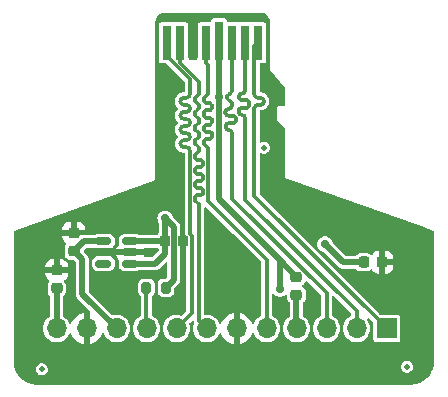
<source format=gbr>
%TF.GenerationSoftware,KiCad,Pcbnew,7.0.7*%
%TF.CreationDate,2023-10-03T14:25:23+02:00*%
%TF.ProjectId,emmc-adapter,656d6d63-2d61-4646-9170-7465722e6b69,rev?*%
%TF.SameCoordinates,Original*%
%TF.FileFunction,Copper,L2,Bot*%
%TF.FilePolarity,Positive*%
%FSLAX46Y46*%
G04 Gerber Fmt 4.6, Leading zero omitted, Abs format (unit mm)*
G04 Created by KiCad (PCBNEW 7.0.7) date 2023-10-03 14:25:23*
%MOMM*%
%LPD*%
G01*
G04 APERTURE LIST*
G04 Aperture macros list*
%AMRoundRect*
0 Rectangle with rounded corners*
0 $1 Rounding radius*
0 $2 $3 $4 $5 $6 $7 $8 $9 X,Y pos of 4 corners*
0 Add a 4 corners polygon primitive as box body*
4,1,4,$2,$3,$4,$5,$6,$7,$8,$9,$2,$3,0*
0 Add four circle primitives for the rounded corners*
1,1,$1+$1,$2,$3*
1,1,$1+$1,$4,$5*
1,1,$1+$1,$6,$7*
1,1,$1+$1,$8,$9*
0 Add four rect primitives between the rounded corners*
20,1,$1+$1,$2,$3,$4,$5,0*
20,1,$1+$1,$4,$5,$6,$7,0*
20,1,$1+$1,$6,$7,$8,$9,0*
20,1,$1+$1,$8,$9,$2,$3,0*%
G04 Aperture macros list end*
%TA.AperFunction,SMDPad,CuDef*%
%ADD10C,0.500000*%
%TD*%
%TA.AperFunction,SMDPad,CuDef*%
%ADD11R,0.800000X2.900000*%
%TD*%
%TA.AperFunction,SMDPad,CuDef*%
%ADD12R,0.800000X3.200000*%
%TD*%
%TA.AperFunction,ComponentPad*%
%ADD13R,1.700000X1.700000*%
%TD*%
%TA.AperFunction,ComponentPad*%
%ADD14O,1.700000X1.700000*%
%TD*%
%TA.AperFunction,SMDPad,CuDef*%
%ADD15RoundRect,0.225000X0.250000X-0.225000X0.250000X0.225000X-0.250000X0.225000X-0.250000X-0.225000X0*%
%TD*%
%TA.AperFunction,SMDPad,CuDef*%
%ADD16RoundRect,0.200000X0.200000X0.275000X-0.200000X0.275000X-0.200000X-0.275000X0.200000X-0.275000X0*%
%TD*%
%TA.AperFunction,SMDPad,CuDef*%
%ADD17RoundRect,0.225000X-0.225000X-0.250000X0.225000X-0.250000X0.225000X0.250000X-0.225000X0.250000X0*%
%TD*%
%TA.AperFunction,SMDPad,CuDef*%
%ADD18RoundRect,0.218750X0.218750X0.256250X-0.218750X0.256250X-0.218750X-0.256250X0.218750X-0.256250X0*%
%TD*%
%TA.AperFunction,SMDPad,CuDef*%
%ADD19RoundRect,0.150000X0.512500X0.150000X-0.512500X0.150000X-0.512500X-0.150000X0.512500X-0.150000X0*%
%TD*%
%TA.AperFunction,ViaPad*%
%ADD20C,0.700000*%
%TD*%
%TA.AperFunction,Conductor*%
%ADD21C,0.300000*%
%TD*%
%TA.AperFunction,Conductor*%
%ADD22C,0.500000*%
%TD*%
G04 APERTURE END LIST*
D10*
%TO.P,FID1,*%
%TO.N,*%
X134700000Y-81000000D03*
%TD*%
%TO.P,FID2,*%
%TO.N,*%
X103800000Y-81200000D03*
%TD*%
%TO.P,FID3,*%
%TO.N,*%
X122600000Y-62450000D03*
%TD*%
D11*
%TO.P,J1,1,DAT2*%
%TO.N,/DAT2*%
X122100000Y-53550000D03*
%TO.P,J1,2,DAT3/CD*%
%TO.N,/DAT3*%
X121000000Y-53550000D03*
%TO.P,J1,3,CMD*%
%TO.N,/CMD*%
X119900000Y-53550000D03*
D12*
%TO.P,J1,4,VDD*%
%TO.N,/VCC*%
X118800000Y-53400000D03*
D11*
%TO.P,J1,5,CLK*%
%TO.N,/CLK*%
X117700000Y-53550000D03*
D12*
%TO.P,J1,6,VSS*%
%TO.N,GND*%
X116600000Y-53400000D03*
D11*
%TO.P,J1,7,DAT0*%
%TO.N,/DAT0*%
X115500000Y-53550000D03*
%TO.P,J1,8,DAT1*%
%TO.N,/DAT1*%
X114400000Y-53550000D03*
%TD*%
D13*
%TO.P,J2,1,Pin_1*%
%TO.N,/DAT2*%
X132975000Y-77750000D03*
D14*
%TO.P,J2,2,Pin_2*%
%TO.N,/DAT3*%
X130435000Y-77750000D03*
%TO.P,J2,3,Pin_3*%
%TO.N,/CMD*%
X127895000Y-77750000D03*
%TO.P,J2,4,Pin_4*%
%TO.N,Net-(J2-Pin_4)*%
X125355000Y-77750000D03*
%TO.P,J2,5,Pin_5*%
%TO.N,/CLK*%
X122815000Y-77750000D03*
%TO.P,J2,6,Pin_6*%
%TO.N,GND*%
X120275000Y-77750000D03*
%TO.P,J2,7,Pin_7*%
%TO.N,/DAT0*%
X117735000Y-77750000D03*
%TO.P,J2,8,Pin_8*%
%TO.N,/DAT1*%
X115195000Y-77750000D03*
%TO.P,J2,9,Pin_9*%
%TO.N,/!RST*%
X112655000Y-77750000D03*
%TO.P,J2,10,Pin_10*%
%TO.N,/VCCQ*%
X110115000Y-77750000D03*
%TO.P,J2,11,Pin_11*%
%TO.N,GND*%
X107575000Y-77750000D03*
%TO.P,J2,12,Pin_12*%
%TO.N,/VDDI*%
X105035000Y-77750000D03*
%TD*%
D15*
%TO.P,C1,1*%
%TO.N,Net-(J2-Pin_4)*%
X125350000Y-74900000D03*
%TO.P,C1,2*%
%TO.N,/VCC*%
X125350000Y-73350000D03*
%TD*%
D16*
%TO.P,R1,1*%
%TO.N,/VCC*%
X114300000Y-74300000D03*
%TO.P,R1,2*%
%TO.N,/!RST*%
X112650000Y-74300000D03*
%TD*%
D17*
%TO.P,C2,1*%
%TO.N,/VCC*%
X114225000Y-70350000D03*
%TO.P,C2,2*%
%TO.N,GND*%
X115775000Y-70350000D03*
%TD*%
D18*
%TO.P,D1,1,K*%
%TO.N,GND*%
X132613500Y-72136000D03*
%TO.P,D1,2,A*%
%TO.N,/VCC*%
X131038500Y-72136000D03*
%TD*%
D15*
%TO.P,C3,1*%
%TO.N,/VCCQ*%
X106500000Y-71200000D03*
%TO.P,C3,2*%
%TO.N,GND*%
X106500000Y-69650000D03*
%TD*%
%TO.P,C4,1*%
%TO.N,/VDDI*%
X105050000Y-74350000D03*
%TO.P,C4,2*%
%TO.N,GND*%
X105050000Y-72800000D03*
%TD*%
D19*
%TO.P,U1,1,IN*%
%TO.N,/VCC*%
X111275000Y-70350000D03*
%TO.P,U1,2,GND*%
%TO.N,GND*%
X111275000Y-71300000D03*
%TO.P,U1,3,EN*%
%TO.N,/VCC*%
X111275000Y-72250000D03*
%TO.P,U1,4,NC*%
%TO.N,unconnected-(U1-NC-Pad4)*%
X109000000Y-72250000D03*
%TO.P,U1,5,OUT*%
%TO.N,/VCCQ*%
X109000000Y-70350000D03*
%TD*%
D20*
%TO.N,GND*%
X120280000Y-75300000D03*
%TO.N,/VCC*%
X118825000Y-58150000D03*
X123952000Y-74422000D03*
X114225000Y-68425000D03*
X127762000Y-70612000D03*
%TD*%
D21*
%TO.N,GND*%
X120275000Y-75305000D02*
X120280000Y-75300000D01*
X120275000Y-77750000D02*
X120275000Y-75305000D01*
D22*
%TO.N,/VDDI*%
X105050000Y-74350000D02*
X105050000Y-77735000D01*
X105050000Y-78185000D02*
X105035000Y-78200000D01*
%TO.N,/VCC*%
X112800000Y-72250000D02*
X113389950Y-72250000D01*
X118825000Y-53425000D02*
X118800000Y-53400000D01*
X114225000Y-70350000D02*
X114225000Y-68425000D01*
X114225000Y-70350000D02*
X111650000Y-70350000D01*
X129286000Y-72136000D02*
X127762000Y-70612000D01*
X114975000Y-73625000D02*
X114300000Y-74300000D01*
X125350000Y-73350000D02*
X123917000Y-71917000D01*
X123952000Y-71952000D02*
X123952000Y-74422000D01*
X114225000Y-68425000D02*
X114975000Y-69175000D01*
X118800000Y-66800000D02*
X118800000Y-53400000D01*
X114225000Y-71414950D02*
X113389950Y-72250000D01*
X123917000Y-71917000D02*
X123952000Y-71952000D01*
X123917000Y-71917000D02*
X118800000Y-66800000D01*
X114975000Y-69175000D02*
X114975000Y-73625000D01*
X114225000Y-70350000D02*
X114225000Y-71414950D01*
X111650000Y-72250000D02*
X112800000Y-72250000D01*
X131038500Y-72136000D02*
X129286000Y-72136000D01*
X118825000Y-58150000D02*
X118825000Y-53425000D01*
D21*
%TO.N,/CMD*%
X119477151Y-58080848D02*
X119477151Y-58258000D01*
X119900000Y-53550000D02*
X119900000Y-57658000D01*
X119611425Y-59758000D02*
X119611426Y-59758000D01*
X119900000Y-66753249D02*
X127895000Y-74748249D01*
X120200000Y-59908000D02*
X120200000Y-60208000D01*
X119345704Y-60635148D02*
X119345704Y-60680852D01*
X119900000Y-61235148D02*
X119900000Y-61258000D01*
X119900000Y-61258000D02*
X119900000Y-66753249D01*
X119611426Y-59758000D02*
X120050000Y-59758000D01*
X119688575Y-58469424D02*
X119688576Y-58469424D01*
X119611426Y-59146574D02*
X119611425Y-59146574D01*
X119322851Y-59435148D02*
X119322851Y-59469426D01*
X119900000Y-60358000D02*
X119622852Y-60358000D01*
X127895000Y-74748249D02*
X127895000Y-77750000D01*
X119688576Y-57869424D02*
X119688575Y-57869424D01*
X119900000Y-58680848D02*
X119900000Y-58858000D01*
X120050000Y-60358000D02*
X119900000Y-60358000D01*
X119345800Y-60680852D02*
G75*
G03*
X119622852Y-60958000I277100J-48D01*
G01*
X119900000Y-61235148D02*
G75*
G03*
X119622852Y-60958000I-277100J48D01*
G01*
X119688576Y-57869400D02*
G75*
G03*
X119900000Y-57658000I24J211400D01*
G01*
X119622852Y-60357904D02*
G75*
G03*
X119345704Y-60635148I48J-277196D01*
G01*
X120200000Y-59908000D02*
G75*
G03*
X120050000Y-59758000I-150000J0D01*
G01*
X119611425Y-59146551D02*
G75*
G03*
X119322851Y-59435148I-25J-288549D01*
G01*
X119477176Y-58258000D02*
G75*
G03*
X119688575Y-58469424I211424J0D01*
G01*
X119899976Y-58680848D02*
G75*
G03*
X119688576Y-58469424I-211376J48D01*
G01*
X119688575Y-57869351D02*
G75*
G03*
X119477151Y-58080848I25J-211449D01*
G01*
X119322800Y-59469426D02*
G75*
G03*
X119611425Y-59758000I288600J26D01*
G01*
X119611426Y-59146600D02*
G75*
G03*
X119900000Y-58858000I-26J288600D01*
G01*
X120050000Y-60358000D02*
G75*
G03*
X120200000Y-60208000I0J150000D01*
G01*
%TO.N,/DAT3*%
X121000000Y-57600092D02*
X121000000Y-57544000D01*
X121000000Y-59044000D02*
X121150000Y-59044000D01*
X120512184Y-58200092D02*
X120512184Y-58087908D01*
X121150000Y-58444000D02*
X121000000Y-58444000D01*
X121000000Y-57544000D02*
X121000000Y-53550000D01*
X121000000Y-66870000D02*
X121000000Y-59944000D01*
X121000000Y-58444000D02*
X120756092Y-58444000D01*
X130435000Y-76305000D02*
X121000000Y-66870000D01*
X120440260Y-59384260D02*
X120440260Y-59323870D01*
X130435000Y-77750000D02*
X130435000Y-76305000D01*
X120720130Y-59044000D02*
X121000000Y-59044000D01*
X121300000Y-58894000D02*
X121300000Y-58594000D01*
X121150000Y-59044000D02*
G75*
G03*
X121300000Y-58894000I0J150000D01*
G01*
X120756092Y-57844000D02*
G75*
G03*
X121000000Y-57600092I8J243900D01*
G01*
X120999970Y-59944000D02*
G75*
G03*
X120720130Y-59664130I-279870J0D01*
G01*
X120512200Y-58200092D02*
G75*
G03*
X120756092Y-58444000I243900J-8D01*
G01*
X120720130Y-59044060D02*
G75*
G03*
X120440260Y-59323870I-30J-279840D01*
G01*
X121300000Y-58594000D02*
G75*
G03*
X121150000Y-58444000I-150000J0D01*
G01*
X120440270Y-59384260D02*
G75*
G03*
X120720130Y-59664130I279830J-40D01*
G01*
X120756092Y-57843984D02*
G75*
G03*
X120512184Y-58087908I8J-243916D01*
G01*
%TO.N,/CLK*%
X117528976Y-59450512D02*
X117528976Y-59723488D01*
X117692488Y-61087000D02*
X117856000Y-61087000D01*
X117856000Y-59287000D02*
X117692488Y-59287000D01*
X118044512Y-59287000D02*
X117856000Y-59287000D01*
X117700000Y-53550000D02*
X117700000Y-55300000D01*
X117856000Y-61087000D02*
X118044525Y-61087000D01*
X117856000Y-61687000D02*
X117694306Y-61687000D01*
X117856000Y-55456000D02*
X117856000Y-57912000D01*
X117856000Y-62448694D02*
X117856000Y-62712000D01*
X118044525Y-60487000D02*
X117856000Y-60487000D01*
X117532612Y-61848694D02*
X117532612Y-62125306D01*
X117856000Y-62712000D02*
X117856000Y-66956000D01*
X117856000Y-66956000D02*
X122815000Y-71915000D01*
X117692488Y-59887000D02*
X117856000Y-59887000D01*
X117532612Y-58235388D02*
X117532612Y-58525306D01*
X117528976Y-60650512D02*
X117528976Y-60923488D01*
X118044525Y-61687000D02*
X117856000Y-61687000D01*
X118233024Y-58875512D02*
X118233024Y-59098488D01*
X118233049Y-61275524D02*
X118233049Y-61498476D01*
X117694306Y-58687000D02*
X117856000Y-58687000D01*
X117856000Y-59887000D02*
X118044525Y-59887000D01*
X118233049Y-60075524D02*
X118233049Y-60298476D01*
X117856000Y-58687000D02*
X118044512Y-58687000D01*
X117700000Y-55300000D02*
X117856000Y-55456000D01*
X122815000Y-71915000D02*
X122815000Y-77750000D01*
X117856000Y-60487000D02*
X117692488Y-60487000D01*
X117694306Y-58073712D02*
G75*
G03*
X117532612Y-58235388I-6J-161688D01*
G01*
X118044525Y-60487049D02*
G75*
G03*
X118233049Y-60298476I-25J188549D01*
G01*
X117532600Y-62125306D02*
G75*
G03*
X117694306Y-62287000I161700J6D01*
G01*
X118233000Y-60075524D02*
G75*
G03*
X118044525Y-59887000I-188500J24D01*
G01*
X117692488Y-60486976D02*
G75*
G03*
X117528976Y-60650512I12J-163524D01*
G01*
X117856000Y-62448694D02*
G75*
G03*
X117694306Y-62287000I-161700J-6D01*
G01*
X118044512Y-59287024D02*
G75*
G03*
X118233024Y-59098488I-12J188524D01*
G01*
X117529000Y-60923488D02*
G75*
G03*
X117692488Y-61087000I163500J-12D01*
G01*
X118233000Y-58875512D02*
G75*
G03*
X118044512Y-58687000I-188500J12D01*
G01*
X118044525Y-61687049D02*
G75*
G03*
X118233049Y-61498476I-25J188549D01*
G01*
X117692488Y-59286976D02*
G75*
G03*
X117528976Y-59450512I12J-163524D01*
G01*
X117532600Y-58525306D02*
G75*
G03*
X117694306Y-58687000I161700J6D01*
G01*
X118233000Y-61275524D02*
G75*
G03*
X118044525Y-61087000I-188500J24D01*
G01*
X117694306Y-61687012D02*
G75*
G03*
X117532612Y-61848694I-6J-161688D01*
G01*
X117694306Y-58073700D02*
G75*
G03*
X117856000Y-57912000I-6J161700D01*
G01*
X117529000Y-59723488D02*
G75*
G03*
X117692488Y-59887000I163500J-12D01*
G01*
%TO.N,/DAT0*%
X117256780Y-66487000D02*
X117094000Y-66487000D01*
X115500000Y-55244314D02*
X117094000Y-56838314D01*
X117094000Y-65287000D02*
X116931207Y-65287000D01*
X117419560Y-63649780D02*
X117419560Y-63924220D01*
X116768440Y-64249780D02*
X116768440Y-64524220D01*
X117094000Y-67512000D02*
X117094000Y-77109000D01*
X117094000Y-67247864D02*
X117094000Y-67512000D01*
X117094000Y-64087000D02*
X116931220Y-64087000D01*
X117256780Y-64087000D02*
X117094000Y-64087000D01*
X115500000Y-53550000D02*
X115500000Y-55244314D01*
X116931220Y-64687000D02*
X117094000Y-64687000D01*
X117094000Y-61228406D02*
X117094000Y-61512000D01*
X116772272Y-66647864D02*
X116772272Y-66926136D01*
X117094000Y-65887000D02*
X117256780Y-65887000D01*
X116768415Y-65449792D02*
X116768415Y-65724208D01*
X117419560Y-66049780D02*
X117419560Y-66324220D01*
X116777594Y-59428406D02*
X116777594Y-59712000D01*
X117094000Y-62428352D02*
X117094000Y-62712000D01*
X116777649Y-58228350D02*
X116777649Y-58512000D01*
X117094000Y-64687000D02*
X117256780Y-64687000D01*
X117094000Y-66487000D02*
X116933136Y-66487000D01*
X116933161Y-62872839D02*
X116933160Y-62872839D01*
X117094000Y-60028406D02*
X117094000Y-60312000D01*
X116772321Y-63033678D02*
X116772321Y-63326161D01*
X116933160Y-63487000D02*
X116933161Y-63487000D01*
X116777594Y-60628406D02*
X116777594Y-60912000D01*
X116935825Y-58070175D02*
X116935824Y-58070175D01*
X116935824Y-58670175D02*
X116935825Y-58670175D01*
X116777648Y-61828352D02*
X116777648Y-62112000D01*
X116931207Y-65887000D02*
X117094000Y-65887000D01*
X116933161Y-63487000D02*
X117256780Y-63487000D01*
X117094000Y-58828350D02*
X117094000Y-59112000D01*
X117094000Y-56838314D02*
X117094000Y-57912000D01*
X117256780Y-65287000D02*
X117094000Y-65287000D01*
X117094000Y-77109000D02*
X117735000Y-77750000D01*
X117419560Y-64849780D02*
X117419560Y-65124220D01*
X116772400Y-63326161D02*
G75*
G03*
X116933160Y-63487000I160800J-39D01*
G01*
X116935824Y-58070149D02*
G75*
G03*
X116777649Y-58228350I-24J-158151D01*
G01*
X116935825Y-58070200D02*
G75*
G03*
X117094000Y-57912000I-25J158200D01*
G01*
X116933136Y-66487072D02*
G75*
G03*
X116772272Y-66647864I-36J-160828D01*
G01*
X116935797Y-60470194D02*
G75*
G03*
X116777594Y-60628406I3J-158206D01*
G01*
X116935824Y-61670200D02*
G75*
G03*
X117094000Y-61512000I-24J158200D01*
G01*
X116777624Y-62112000D02*
G75*
G03*
X116935824Y-62270176I158176J0D01*
G01*
X116777597Y-59712000D02*
G75*
G03*
X116935797Y-59870203I158203J0D01*
G01*
X116777625Y-58512000D02*
G75*
G03*
X116935824Y-58670175I158175J0D01*
G01*
X116935797Y-59270200D02*
G75*
G03*
X117094000Y-59112000I3J158200D01*
G01*
X116772200Y-66926136D02*
G75*
G03*
X116933136Y-67087000I160900J36D01*
G01*
X117093997Y-60028406D02*
G75*
G03*
X116935797Y-59870203I-158197J6D01*
G01*
X117094000Y-67247864D02*
G75*
G03*
X116933136Y-67087000I-160900J-36D01*
G01*
X117256780Y-66486960D02*
G75*
G03*
X117419560Y-66324220I20J162760D01*
G01*
X116777597Y-60912000D02*
G75*
G03*
X116935797Y-61070203I158203J0D01*
G01*
X117256780Y-64086960D02*
G75*
G03*
X117419560Y-63924220I20J162760D01*
G01*
X117094024Y-62428352D02*
G75*
G03*
X116935824Y-62270176I-158224J-48D01*
G01*
X116933160Y-62872821D02*
G75*
G03*
X116772321Y-63033678I40J-160879D01*
G01*
X116935824Y-61670248D02*
G75*
G03*
X116777648Y-61828352I-24J-158152D01*
G01*
X117419600Y-66049780D02*
G75*
G03*
X117256780Y-65887000I-162800J-20D01*
G01*
X116935797Y-60470200D02*
G75*
G03*
X117094000Y-60312000I3J158200D01*
G01*
X116931207Y-65287015D02*
G75*
G03*
X116768415Y-65449792I-7J-162785D01*
G01*
X117419600Y-64849780D02*
G75*
G03*
X117256780Y-64687000I-162800J-20D01*
G01*
X116768400Y-64524220D02*
G75*
G03*
X116931220Y-64687000I162800J20D01*
G01*
X117256780Y-65286960D02*
G75*
G03*
X117419560Y-65124220I20J162760D01*
G01*
X116935797Y-59270194D02*
G75*
G03*
X116777594Y-59428406I3J-158206D01*
G01*
X116931220Y-64087040D02*
G75*
G03*
X116768440Y-64249780I-20J-162760D01*
G01*
X117093997Y-61228406D02*
G75*
G03*
X116935797Y-61070203I-158197J6D01*
G01*
X117419600Y-63649780D02*
G75*
G03*
X117256780Y-63487000I-162800J-20D01*
G01*
X116768400Y-65724208D02*
G75*
G03*
X116931207Y-65887000I162800J8D01*
G01*
X117093925Y-58828350D02*
G75*
G03*
X116935825Y-58670175I-158125J50D01*
G01*
X116933161Y-62872800D02*
G75*
G03*
X117094000Y-62712000I39J160800D01*
G01*
%TO.N,/DAT1*%
X116332000Y-62712000D02*
X116332000Y-62949209D01*
X116332000Y-69760249D02*
X116475000Y-69903249D01*
X115811750Y-62412000D02*
X116032000Y-62412000D01*
X116032000Y-58212000D02*
X115811755Y-58212000D01*
X114400000Y-53550000D02*
X114400000Y-54710000D01*
X114400000Y-54710000D02*
X116332000Y-56642000D01*
X116475000Y-76470000D02*
X115195000Y-77750000D01*
X116032000Y-61812000D02*
X115811750Y-61812000D01*
X116032000Y-60612000D02*
X115811755Y-60612000D01*
X115811755Y-61212000D02*
X116032000Y-61212000D01*
X115811755Y-60012000D02*
X116032000Y-60012000D01*
X116475000Y-69903249D02*
X116475000Y-76470000D01*
X115811755Y-58812000D02*
X116032000Y-58812000D01*
X116332000Y-62949209D02*
X116332000Y-69760249D01*
X116032000Y-59412000D02*
X115811755Y-59412000D01*
X116332000Y-56642000D02*
X116332000Y-57912000D01*
X116332000Y-59112000D02*
G75*
G03*
X116032000Y-58812000I-300000J0D01*
G01*
X115511800Y-62112000D02*
G75*
G03*
X115811750Y-62412000I300000J0D01*
G01*
X115811755Y-58211955D02*
G75*
G03*
X115511755Y-58512000I45J-300045D01*
G01*
X115511800Y-58512000D02*
G75*
G03*
X115811755Y-58812000I300000J0D01*
G01*
X115511800Y-60912000D02*
G75*
G03*
X115811755Y-61212000I300000J0D01*
G01*
X116032000Y-60612000D02*
G75*
G03*
X116332000Y-60312000I0J300000D01*
G01*
X116332000Y-60312000D02*
G75*
G03*
X116032000Y-60012000I-300000J0D01*
G01*
X116332000Y-61512000D02*
G75*
G03*
X116032000Y-61212000I-300000J0D01*
G01*
X115811755Y-59411955D02*
G75*
G03*
X115511755Y-59712000I45J-300045D01*
G01*
X116032000Y-58212000D02*
G75*
G03*
X116332000Y-57912000I0J300000D01*
G01*
X116032000Y-61812000D02*
G75*
G03*
X116332000Y-61512000I0J300000D01*
G01*
X115811750Y-61811950D02*
G75*
G03*
X115511750Y-62112000I50J-300050D01*
G01*
X116032000Y-59412000D02*
G75*
G03*
X116332000Y-59112000I0J300000D01*
G01*
X116332000Y-62712000D02*
G75*
G03*
X116032000Y-62412000I-300000J0D01*
G01*
X115811755Y-60611955D02*
G75*
G03*
X115511755Y-60912000I45J-300045D01*
G01*
X115511800Y-59712000D02*
G75*
G03*
X115811755Y-60012000I300000J0D01*
G01*
%TO.N,/DAT2*%
X122080000Y-58212000D02*
X122301516Y-58212000D01*
X121780000Y-59112000D02*
X121780000Y-59215900D01*
X122301516Y-58812000D02*
X122080000Y-58812000D01*
X121780000Y-53870000D02*
X121780000Y-57912000D01*
X121780000Y-66555000D02*
X132975000Y-77750000D01*
X122100000Y-53550000D02*
X121780000Y-53870000D01*
X121780000Y-59215900D02*
X121780000Y-66555000D01*
X122601500Y-58512000D02*
G75*
G03*
X122301516Y-58212000I-300000J0D01*
G01*
X122301516Y-58812016D02*
G75*
G03*
X122601516Y-58512000I-16J300016D01*
G01*
X121780000Y-57912000D02*
G75*
G03*
X122080000Y-58212000I300000J0D01*
G01*
X122080000Y-58812000D02*
G75*
G03*
X121780000Y-59112000I0J-300000D01*
G01*
D22*
%TO.N,/VCCQ*%
X106500000Y-71200000D02*
X107200000Y-71900000D01*
X107350000Y-70350000D02*
X106500000Y-71200000D01*
X107200000Y-74835000D02*
X110115000Y-77750000D01*
X108950000Y-70350000D02*
X107350000Y-70350000D01*
X107200000Y-71900000D02*
X107200000Y-74835000D01*
D21*
%TO.N,/!RST*%
X112650000Y-78195000D02*
X112655000Y-78200000D01*
X112650000Y-77745000D02*
X112655000Y-77750000D01*
X112650000Y-74300000D02*
X112650000Y-77745000D01*
D22*
%TO.N,Net-(J2-Pin_4)*%
X125350000Y-77745000D02*
X125355000Y-77750000D01*
X125375000Y-77730000D02*
X125355000Y-77750000D01*
X125350000Y-74900000D02*
X125350000Y-77745000D01*
%TD*%
%TA.AperFunction,Conductor*%
%TO.N,GND*%
G36*
X117713501Y-67450605D02*
G01*
X119979933Y-69717036D01*
X122335504Y-72072607D01*
X122363281Y-72127124D01*
X122364500Y-72142611D01*
X122364500Y-76622890D01*
X122345593Y-76681081D01*
X122303854Y-76713215D01*
X122304077Y-76713663D01*
X122301799Y-76714797D01*
X122301276Y-76715200D01*
X122299986Y-76715699D01*
X122299975Y-76715705D01*
X122118699Y-76827946D01*
X122118692Y-76827952D01*
X121961135Y-76971586D01*
X121961131Y-76971589D01*
X121961128Y-76971593D01*
X121961124Y-76971597D01*
X121961125Y-76971597D01*
X121832635Y-77141743D01*
X121832630Y-77141752D01*
X121745274Y-77317188D01*
X121702411Y-77360851D01*
X121642070Y-77370980D01*
X121587299Y-77343707D01*
X121566563Y-77310815D01*
X121565466Y-77311297D01*
X121473418Y-77101448D01*
X121473415Y-77101443D01*
X121350328Y-76913045D01*
X121197896Y-76747460D01*
X121020304Y-76609234D01*
X121020301Y-76609232D01*
X120822375Y-76502119D01*
X120609510Y-76429042D01*
X120529000Y-76415607D01*
X120529000Y-77167125D01*
X120510093Y-77225316D01*
X120460593Y-77261280D01*
X120415911Y-77265117D01*
X120310768Y-77250000D01*
X120310763Y-77250000D01*
X120239237Y-77250000D01*
X120239232Y-77250000D01*
X120134089Y-77265117D01*
X120073800Y-77254684D01*
X120031157Y-77210806D01*
X120021000Y-77167125D01*
X120021000Y-76415607D01*
X120020999Y-76415607D01*
X119940489Y-76429042D01*
X119727624Y-76502119D01*
X119529698Y-76609232D01*
X119529695Y-76609234D01*
X119352103Y-76747460D01*
X119199671Y-76913045D01*
X119076584Y-77101443D01*
X119076581Y-77101448D01*
X118984534Y-77311297D01*
X118982934Y-77310595D01*
X118950185Y-77354117D01*
X118891686Y-77372046D01*
X118833820Y-77352165D01*
X118804725Y-77317188D01*
X118800940Y-77309587D01*
X118717366Y-77141745D01*
X118588872Y-76971593D01*
X118507978Y-76897848D01*
X118431307Y-76827952D01*
X118431300Y-76827946D01*
X118250024Y-76715705D01*
X118250019Y-76715702D01*
X118165651Y-76683018D01*
X118051198Y-76638679D01*
X118051197Y-76638678D01*
X118051195Y-76638678D01*
X117841610Y-76599500D01*
X117643500Y-76599500D01*
X117585309Y-76580593D01*
X117549345Y-76531093D01*
X117544500Y-76500500D01*
X117544500Y-67520611D01*
X117563407Y-67462420D01*
X117612907Y-67426456D01*
X117674093Y-67426456D01*
X117713501Y-67450605D01*
G37*
%TD.AperFunction*%
%TA.AperFunction,Conductor*%
G36*
X122410318Y-51002522D02*
G01*
X122435668Y-51007727D01*
X122541727Y-51030997D01*
X122557963Y-51036056D01*
X122610661Y-51057596D01*
X122652326Y-51076590D01*
X122686882Y-51092344D01*
X122699511Y-51099253D01*
X122751337Y-51132728D01*
X122754021Y-51134590D01*
X122819398Y-51183240D01*
X122823903Y-51187030D01*
X122872406Y-51233036D01*
X122875587Y-51236346D01*
X122928525Y-51296817D01*
X122931386Y-51300408D01*
X122970573Y-51354570D01*
X122973736Y-51359539D01*
X123013308Y-51430770D01*
X123014804Y-51433688D01*
X123041122Y-51489469D01*
X123046307Y-51502918D01*
X123070671Y-51583064D01*
X123085044Y-51638126D01*
X123087912Y-51654912D01*
X123097094Y-51765128D01*
X123099348Y-51797340D01*
X123099457Y-51801888D01*
X123098807Y-51831400D01*
X123099500Y-51840869D01*
X123099500Y-55897639D01*
X123099414Y-55900027D01*
X123099543Y-55900373D01*
X123101187Y-55902135D01*
X124375313Y-57372278D01*
X124399136Y-57428634D01*
X124399500Y-57437115D01*
X124399500Y-58800500D01*
X124380593Y-58858691D01*
X124331093Y-58894655D01*
X124300500Y-58899500D01*
X123970022Y-58899500D01*
X123944384Y-58891170D01*
X123912071Y-58897598D01*
X123892757Y-58899500D01*
X123868241Y-58899500D01*
X123864483Y-58900095D01*
X123860728Y-58899500D01*
X123860452Y-58899500D01*
X123860452Y-58899456D01*
X123849625Y-58897740D01*
X123838264Y-58905333D01*
X123813855Y-58917172D01*
X123807845Y-58919124D01*
X123807840Y-58919126D01*
X123807840Y-58919127D01*
X123807839Y-58919128D01*
X123756461Y-58956455D01*
X123756455Y-58956461D01*
X123719128Y-59007839D01*
X123719124Y-59007845D01*
X123717172Y-59013855D01*
X123705333Y-59038264D01*
X123698116Y-59049064D01*
X123700095Y-59064483D01*
X123699500Y-59068241D01*
X123699500Y-59092761D01*
X123697598Y-59112074D01*
X123691618Y-59142136D01*
X123698566Y-59156459D01*
X123699500Y-59170025D01*
X123699499Y-60097740D01*
X123699424Y-60100050D01*
X123699545Y-60100373D01*
X123701203Y-60102134D01*
X124375005Y-60872193D01*
X124399095Y-60928436D01*
X124399500Y-60937384D01*
X124399500Y-65007710D01*
X124398869Y-65011593D01*
X124399436Y-65022768D01*
X124399472Y-65024190D01*
X124399529Y-65024317D01*
X124399684Y-65024464D01*
X124401225Y-65025051D01*
X124412854Y-65029896D01*
X124417005Y-65030571D01*
X136110082Y-69184397D01*
X136933640Y-69476956D01*
X136982144Y-69514252D01*
X136999500Y-69570245D01*
X136999500Y-80646486D01*
X136999013Y-80653417D01*
X136987775Y-80732984D01*
X136960988Y-80914813D01*
X136959706Y-80920866D01*
X136927672Y-81036071D01*
X136885236Y-81178764D01*
X136883340Y-81184029D01*
X136833774Y-81300582D01*
X136774184Y-81429880D01*
X136771860Y-81434316D01*
X136705980Y-81545984D01*
X136629890Y-81663487D01*
X136627325Y-81667085D01*
X136547283Y-81769391D01*
X136545594Y-81771434D01*
X136454989Y-81875268D01*
X136452362Y-81878053D01*
X136359310Y-81969371D01*
X136356924Y-81971563D01*
X136252719Y-82061229D01*
X136250195Y-82063260D01*
X136145991Y-82141673D01*
X136142844Y-82143855D01*
X136026639Y-82217969D01*
X136024367Y-82219334D01*
X135911317Y-82283193D01*
X135907377Y-82285192D01*
X135779813Y-82342917D01*
X135659572Y-82391402D01*
X135654839Y-82393038D01*
X135518109Y-82432672D01*
X135395468Y-82464300D01*
X135389977Y-82465390D01*
X135242527Y-82486070D01*
X135177166Y-82494050D01*
X135131422Y-82499635D01*
X135125425Y-82500000D01*
X134903121Y-82500000D01*
X134902480Y-82499993D01*
X134857621Y-82499571D01*
X134856770Y-82499499D01*
X134851860Y-82499499D01*
X134848187Y-82499363D01*
X134824573Y-82497606D01*
X134820736Y-82499195D01*
X134812984Y-82499499D01*
X103253511Y-82499499D01*
X103246581Y-82499012D01*
X103201758Y-82492681D01*
X103166870Y-82487754D01*
X102985191Y-82460990D01*
X102979138Y-82459708D01*
X102863867Y-82427655D01*
X102721248Y-82385241D01*
X102715982Y-82383345D01*
X102599367Y-82333752D01*
X102470124Y-82274186D01*
X102465688Y-82271863D01*
X102353996Y-82205969D01*
X102236516Y-82129893D01*
X102232918Y-82127329D01*
X102130599Y-82047276D01*
X102128555Y-82045587D01*
X102024754Y-81955012D01*
X102021968Y-81952385D01*
X102003073Y-81933131D01*
X101930596Y-81859277D01*
X101928412Y-81856900D01*
X101854871Y-81771434D01*
X101838754Y-81752702D01*
X101836759Y-81750224D01*
X101758317Y-81645981D01*
X101756140Y-81642841D01*
X101682048Y-81526671D01*
X101680695Y-81524420D01*
X101616788Y-81411284D01*
X101614806Y-81407381D01*
X101557096Y-81279847D01*
X101545804Y-81251844D01*
X101524900Y-81200002D01*
X103294353Y-81200002D01*
X103314834Y-81342456D01*
X103342814Y-81403722D01*
X103374623Y-81473373D01*
X103468872Y-81582143D01*
X103468873Y-81582144D01*
X103493930Y-81598247D01*
X103589947Y-81659953D01*
X103696403Y-81691211D01*
X103728035Y-81700499D01*
X103728036Y-81700499D01*
X103728039Y-81700500D01*
X103728041Y-81700500D01*
X103871959Y-81700500D01*
X103871961Y-81700500D01*
X104010053Y-81659953D01*
X104131128Y-81582143D01*
X104225377Y-81473373D01*
X104285165Y-81342457D01*
X104305647Y-81200000D01*
X104300235Y-81162361D01*
X104285165Y-81057543D01*
X104259818Y-81002041D01*
X104258887Y-81000002D01*
X134194353Y-81000002D01*
X134214834Y-81142456D01*
X134241113Y-81199997D01*
X134274623Y-81273373D01*
X134358246Y-81369880D01*
X134368873Y-81382144D01*
X134443152Y-81429880D01*
X134489947Y-81459953D01*
X134588138Y-81488784D01*
X134628035Y-81500499D01*
X134628036Y-81500499D01*
X134628039Y-81500500D01*
X134628041Y-81500500D01*
X134771959Y-81500500D01*
X134771961Y-81500500D01*
X134910053Y-81459953D01*
X135031128Y-81382143D01*
X135125377Y-81273373D01*
X135185165Y-81142457D01*
X135205647Y-81000000D01*
X135194269Y-80920866D01*
X135185165Y-80857543D01*
X135150280Y-80781156D01*
X135125377Y-80726627D01*
X135031128Y-80617857D01*
X135031127Y-80617856D01*
X135031126Y-80617855D01*
X134910057Y-80540049D01*
X134910054Y-80540047D01*
X134910053Y-80540047D01*
X134910050Y-80540046D01*
X134771964Y-80499500D01*
X134771961Y-80499500D01*
X134628039Y-80499500D01*
X134628035Y-80499500D01*
X134489949Y-80540046D01*
X134489942Y-80540049D01*
X134368873Y-80617855D01*
X134274622Y-80726628D01*
X134214834Y-80857543D01*
X134194353Y-80999997D01*
X134194353Y-81000002D01*
X104258887Y-81000002D01*
X104225377Y-80926627D01*
X104131128Y-80817857D01*
X104131127Y-80817856D01*
X104131126Y-80817855D01*
X104010057Y-80740049D01*
X104010054Y-80740047D01*
X104010053Y-80740047D01*
X104010050Y-80740046D01*
X103871964Y-80699500D01*
X103871961Y-80699500D01*
X103728039Y-80699500D01*
X103728035Y-80699500D01*
X103589949Y-80740046D01*
X103589942Y-80740049D01*
X103468873Y-80817855D01*
X103374622Y-80926628D01*
X103314834Y-81057543D01*
X103294353Y-81199997D01*
X103294353Y-81200002D01*
X101524900Y-81200002D01*
X101508589Y-81159551D01*
X101506958Y-81154833D01*
X101467343Y-81018169D01*
X101435692Y-80895439D01*
X101434609Y-80889986D01*
X101413933Y-80742560D01*
X101400364Y-80631423D01*
X101400000Y-80625425D01*
X101400000Y-80403033D01*
X101400364Y-80364285D01*
X101400500Y-80363403D01*
X101400500Y-80351860D01*
X101400636Y-80348187D01*
X101402392Y-80324573D01*
X101400804Y-80320736D01*
X101400500Y-80312984D01*
X101400500Y-77750000D01*
X103879571Y-77750000D01*
X103899244Y-77962310D01*
X103957595Y-78167389D01*
X104052634Y-78358255D01*
X104181128Y-78528407D01*
X104181135Y-78528413D01*
X104338692Y-78672047D01*
X104338699Y-78672053D01*
X104442389Y-78736255D01*
X104519981Y-78784298D01*
X104718802Y-78861321D01*
X104928390Y-78900500D01*
X105141610Y-78900500D01*
X105351198Y-78861321D01*
X105550019Y-78784298D01*
X105731302Y-78672052D01*
X105888872Y-78528407D01*
X106017366Y-78358255D01*
X106104726Y-78182809D01*
X106147587Y-78139149D01*
X106207928Y-78129019D01*
X106262699Y-78156291D01*
X106283443Y-78189181D01*
X106284534Y-78188703D01*
X106376581Y-78398551D01*
X106376584Y-78398556D01*
X106499671Y-78586954D01*
X106652103Y-78752539D01*
X106829695Y-78890765D01*
X106829698Y-78890767D01*
X107027624Y-78997880D01*
X107240491Y-79070957D01*
X107320999Y-79084392D01*
X107321000Y-79084392D01*
X107321000Y-78332874D01*
X107339907Y-78274683D01*
X107389407Y-78238719D01*
X107434090Y-78234882D01*
X107539233Y-78250000D01*
X107539237Y-78250000D01*
X107610767Y-78250000D01*
X107715910Y-78234882D01*
X107776199Y-78245315D01*
X107818842Y-78289192D01*
X107829000Y-78332874D01*
X107829000Y-79084392D01*
X107909508Y-79070957D01*
X108122375Y-78997880D01*
X108320301Y-78890767D01*
X108320304Y-78890765D01*
X108497896Y-78752539D01*
X108650328Y-78586954D01*
X108773415Y-78398556D01*
X108773418Y-78398551D01*
X108865466Y-78188703D01*
X108867081Y-78189411D01*
X108899750Y-78145926D01*
X108958236Y-78127952D01*
X109016117Y-78147787D01*
X109045274Y-78182811D01*
X109098245Y-78289192D01*
X109132634Y-78358255D01*
X109261128Y-78528407D01*
X109261135Y-78528413D01*
X109418692Y-78672047D01*
X109418699Y-78672053D01*
X109522389Y-78736255D01*
X109599981Y-78784298D01*
X109798802Y-78861321D01*
X110008390Y-78900500D01*
X110221610Y-78900500D01*
X110431198Y-78861321D01*
X110630019Y-78784298D01*
X110811302Y-78672052D01*
X110968872Y-78528407D01*
X111097366Y-78358255D01*
X111192405Y-78167389D01*
X111250756Y-77962310D01*
X111270429Y-77750000D01*
X111499571Y-77750000D01*
X111519244Y-77962310D01*
X111577595Y-78167389D01*
X111672634Y-78358255D01*
X111801128Y-78528407D01*
X111801135Y-78528413D01*
X111958692Y-78672047D01*
X111958699Y-78672053D01*
X112062389Y-78736255D01*
X112139981Y-78784298D01*
X112338802Y-78861321D01*
X112548390Y-78900500D01*
X112761610Y-78900500D01*
X112971198Y-78861321D01*
X113170019Y-78784298D01*
X113351302Y-78672052D01*
X113508872Y-78528407D01*
X113637366Y-78358255D01*
X113732405Y-78167389D01*
X113790756Y-77962310D01*
X113810429Y-77750000D01*
X113790756Y-77537690D01*
X113732405Y-77332611D01*
X113637366Y-77141745D01*
X113508872Y-76971593D01*
X113427978Y-76897848D01*
X113351307Y-76827952D01*
X113351300Y-76827946D01*
X113170024Y-76715705D01*
X113170022Y-76715704D01*
X113170019Y-76715702D01*
X113170017Y-76715701D01*
X113170013Y-76715699D01*
X113163730Y-76713265D01*
X113116302Y-76674610D01*
X113100500Y-76620953D01*
X113100500Y-76242389D01*
X113100500Y-75062231D01*
X113119406Y-75004044D01*
X113140165Y-74982986D01*
X113207546Y-74932546D01*
X113293796Y-74817331D01*
X113301716Y-74796098D01*
X113337337Y-74700591D01*
X113344091Y-74682483D01*
X113350500Y-74622873D01*
X113350499Y-73977128D01*
X113344091Y-73917517D01*
X113329600Y-73878664D01*
X113293797Y-73782670D01*
X113207549Y-73667458D01*
X113207548Y-73667457D01*
X113207546Y-73667454D01*
X113191929Y-73655763D01*
X113092329Y-73581202D01*
X112957488Y-73530910D01*
X112957483Y-73530909D01*
X112957481Y-73530908D01*
X112957477Y-73530908D01*
X112926249Y-73527550D01*
X112897873Y-73524500D01*
X112897870Y-73524500D01*
X112402133Y-73524500D01*
X112402129Y-73524500D01*
X112402128Y-73524501D01*
X112394949Y-73525272D01*
X112342519Y-73530908D01*
X112342514Y-73530909D01*
X112207670Y-73581202D01*
X112092458Y-73667450D01*
X112092450Y-73667458D01*
X112006202Y-73782670D01*
X111955910Y-73917511D01*
X111955908Y-73917522D01*
X111952408Y-73950077D01*
X111949656Y-73975681D01*
X111949500Y-73977129D01*
X111949500Y-74622866D01*
X111949501Y-74622870D01*
X111955908Y-74682480D01*
X111955909Y-74682485D01*
X112006202Y-74817329D01*
X112072474Y-74905856D01*
X112092454Y-74932546D01*
X112159829Y-74982982D01*
X112195082Y-75032990D01*
X112199500Y-75062235D01*
X112199500Y-76624827D01*
X112180593Y-76683018D01*
X112143179Y-76711860D01*
X112144077Y-76713663D01*
X112139975Y-76715705D01*
X111958699Y-76827946D01*
X111958692Y-76827952D01*
X111801135Y-76971586D01*
X111801131Y-76971589D01*
X111801128Y-76971593D01*
X111801124Y-76971597D01*
X111801125Y-76971597D01*
X111672635Y-77141743D01*
X111672630Y-77141752D01*
X111577596Y-77332608D01*
X111519244Y-77537688D01*
X111519243Y-77537690D01*
X111519244Y-77537690D01*
X111499571Y-77750000D01*
X111270429Y-77750000D01*
X111250756Y-77537690D01*
X111192405Y-77332611D01*
X111097366Y-77141745D01*
X110968872Y-76971593D01*
X110887978Y-76897848D01*
X110811307Y-76827952D01*
X110811300Y-76827946D01*
X110630024Y-76715705D01*
X110630019Y-76715702D01*
X110545651Y-76683018D01*
X110431198Y-76638679D01*
X110431197Y-76638678D01*
X110431195Y-76638678D01*
X110221610Y-76599500D01*
X110008390Y-76599500D01*
X109836113Y-76631703D01*
X109775438Y-76623810D01*
X109747918Y-76604393D01*
X107779496Y-74635971D01*
X107751719Y-74581454D01*
X107750500Y-74565967D01*
X107750500Y-72454274D01*
X108037000Y-72454274D01*
X108039853Y-72484694D01*
X108039855Y-72484703D01*
X108084707Y-72612883D01*
X108165345Y-72722144D01*
X108165347Y-72722146D01*
X108165350Y-72722150D01*
X108165353Y-72722152D01*
X108165355Y-72722154D01*
X108274616Y-72802792D01*
X108274617Y-72802792D01*
X108274618Y-72802793D01*
X108402801Y-72847646D01*
X108433225Y-72850499D01*
X108433227Y-72850500D01*
X108433234Y-72850500D01*
X109566773Y-72850500D01*
X109566773Y-72850499D01*
X109597199Y-72847646D01*
X109725382Y-72802793D01*
X109834650Y-72722150D01*
X109915293Y-72612882D01*
X109960146Y-72484699D01*
X109962999Y-72454273D01*
X109963000Y-72454273D01*
X109963000Y-72045726D01*
X109962999Y-72045725D01*
X109960146Y-72015305D01*
X109960146Y-72015301D01*
X109915293Y-71887118D01*
X109911514Y-71881998D01*
X109834654Y-71777855D01*
X109834652Y-71777853D01*
X109834650Y-71777850D01*
X109834646Y-71777847D01*
X109834644Y-71777845D01*
X109725383Y-71697207D01*
X109597203Y-71652355D01*
X109597194Y-71652353D01*
X109566774Y-71649500D01*
X109566766Y-71649500D01*
X108433234Y-71649500D01*
X108433225Y-71649500D01*
X108402805Y-71652353D01*
X108402796Y-71652355D01*
X108274616Y-71697207D01*
X108165355Y-71777845D01*
X108165345Y-71777855D01*
X108084707Y-71887116D01*
X108039855Y-72015296D01*
X108039853Y-72015305D01*
X108037000Y-72045725D01*
X108037000Y-72454274D01*
X107750500Y-72454274D01*
X107750500Y-71909396D01*
X107750611Y-71906153D01*
X107752762Y-71843174D01*
X107742127Y-71799537D01*
X107741185Y-71794578D01*
X107735070Y-71750080D01*
X107727066Y-71731654D01*
X107721687Y-71715660D01*
X107716933Y-71696148D01*
X107694923Y-71657004D01*
X107692676Y-71652480D01*
X107683386Y-71631093D01*
X107674783Y-71611285D01*
X107674777Y-71611276D01*
X107662109Y-71595706D01*
X107652606Y-71581744D01*
X107642766Y-71564243D01*
X107642765Y-71564241D01*
X107632524Y-71554000D01*
X110107507Y-71554000D01*
X110153818Y-71713399D01*
X110238446Y-71856499D01*
X110292225Y-71910279D01*
X110320002Y-71964796D01*
X110315992Y-72009384D01*
X110316139Y-72009417D01*
X110315884Y-72010581D01*
X110315670Y-72012968D01*
X110314853Y-72015302D01*
X110312000Y-72045725D01*
X110312000Y-72454274D01*
X110314853Y-72484694D01*
X110314855Y-72484703D01*
X110359707Y-72612883D01*
X110440345Y-72722144D01*
X110440347Y-72722146D01*
X110440350Y-72722150D01*
X110440353Y-72722152D01*
X110440355Y-72722154D01*
X110549616Y-72802792D01*
X110549617Y-72802792D01*
X110549618Y-72802793D01*
X110677801Y-72847646D01*
X110708225Y-72850499D01*
X110708227Y-72850500D01*
X110708234Y-72850500D01*
X111841773Y-72850500D01*
X111841773Y-72850499D01*
X111872199Y-72847646D01*
X111991056Y-72806056D01*
X112023755Y-72800500D01*
X112724335Y-72800500D01*
X113380553Y-72800500D01*
X113446776Y-72802762D01*
X113490400Y-72792130D01*
X113495366Y-72791185D01*
X113539870Y-72785070D01*
X113558289Y-72777068D01*
X113574287Y-72771687D01*
X113593802Y-72766933D01*
X113632954Y-72744918D01*
X113637461Y-72742679D01*
X113678670Y-72724780D01*
X113694248Y-72712105D01*
X113708207Y-72702606D01*
X113725705Y-72692768D01*
X113725704Y-72692768D01*
X113725709Y-72692766D01*
X113757479Y-72660994D01*
X113761225Y-72657615D01*
X113796058Y-72629278D01*
X113807637Y-72612872D01*
X113818514Y-72599960D01*
X114255497Y-72162978D01*
X114310013Y-72135201D01*
X114370445Y-72144772D01*
X114413710Y-72188037D01*
X114424500Y-72232982D01*
X114424500Y-73355966D01*
X114405593Y-73414157D01*
X114395504Y-73425970D01*
X114325970Y-73495504D01*
X114271453Y-73523281D01*
X114255966Y-73524500D01*
X114052131Y-73524500D01*
X114052129Y-73524500D01*
X114052128Y-73524501D01*
X114044949Y-73525272D01*
X113992519Y-73530908D01*
X113992514Y-73530909D01*
X113857670Y-73581202D01*
X113742458Y-73667450D01*
X113742450Y-73667458D01*
X113656202Y-73782670D01*
X113605910Y-73917511D01*
X113605908Y-73917522D01*
X113602408Y-73950077D01*
X113599656Y-73975681D01*
X113599500Y-73977129D01*
X113599500Y-74622866D01*
X113599501Y-74622870D01*
X113605908Y-74682480D01*
X113605909Y-74682485D01*
X113656202Y-74817329D01*
X113722474Y-74905856D01*
X113742454Y-74932546D01*
X113742457Y-74932548D01*
X113742458Y-74932549D01*
X113857670Y-75018797D01*
X113992511Y-75069089D01*
X113992512Y-75069089D01*
X113992517Y-75069091D01*
X114052127Y-75075500D01*
X114547872Y-75075499D01*
X114607483Y-75069091D01*
X114704275Y-75032990D01*
X114742329Y-75018797D01*
X114742329Y-75018796D01*
X114742331Y-75018796D01*
X114857546Y-74932546D01*
X114943796Y-74817331D01*
X114951716Y-74796098D01*
X114987337Y-74700591D01*
X114994091Y-74682483D01*
X115000500Y-74622873D01*
X115000499Y-74419030D01*
X115019406Y-74360841D01*
X115029489Y-74349033D01*
X115357603Y-74020920D01*
X115406044Y-73975680D01*
X115429383Y-73937298D01*
X115432229Y-73933118D01*
X115459361Y-73897342D01*
X115466727Y-73878660D01*
X115474239Y-73863537D01*
X115484672Y-73846382D01*
X115496790Y-73803130D01*
X115498397Y-73798348D01*
X115514876Y-73756564D01*
X115516929Y-73736585D01*
X115520082Y-73720004D01*
X115525499Y-73700668D01*
X115525500Y-73700666D01*
X115525500Y-73655763D01*
X115525760Y-73650698D01*
X115527006Y-73638568D01*
X115530352Y-73606028D01*
X115526939Y-73586231D01*
X115525500Y-73569412D01*
X115525500Y-69184397D01*
X115525500Y-69184396D01*
X115527762Y-69118174D01*
X115517127Y-69074537D01*
X115516185Y-69069578D01*
X115510070Y-69025080D01*
X115502066Y-69006654D01*
X115496687Y-68990660D01*
X115491933Y-68971148D01*
X115469923Y-68932004D01*
X115467676Y-68927480D01*
X115459752Y-68909238D01*
X115449783Y-68886285D01*
X115449777Y-68886276D01*
X115437109Y-68870706D01*
X115427606Y-68856744D01*
X115417766Y-68839243D01*
X115417765Y-68839241D01*
X115386011Y-68807487D01*
X115382614Y-68803722D01*
X115354277Y-68768891D01*
X115337866Y-68757307D01*
X115324954Y-68746430D01*
X114885140Y-68306615D01*
X114862577Y-68271718D01*
X114861237Y-68268185D01*
X114861237Y-68268182D01*
X114805220Y-68120477D01*
X114715483Y-67990470D01*
X114597240Y-67885717D01*
X114527302Y-67849010D01*
X114457364Y-67812303D01*
X114303987Y-67774500D01*
X114303985Y-67774500D01*
X114146015Y-67774500D01*
X114146012Y-67774500D01*
X113992635Y-67812303D01*
X113852758Y-67885718D01*
X113734515Y-67990471D01*
X113644780Y-68120476D01*
X113588763Y-68268182D01*
X113588762Y-68268183D01*
X113569722Y-68424998D01*
X113569722Y-68425001D01*
X113588762Y-68581816D01*
X113588763Y-68581818D01*
X113630550Y-68692001D01*
X113644780Y-68729523D01*
X113656975Y-68747190D01*
X113674499Y-68803428D01*
X113674499Y-69638154D01*
X113655592Y-69696345D01*
X113635321Y-69717036D01*
X113624924Y-69724920D01*
X113624917Y-69724927D01*
X113598078Y-69760320D01*
X113547851Y-69795262D01*
X113519195Y-69799500D01*
X112023755Y-69799500D01*
X111991057Y-69793944D01*
X111872203Y-69752355D01*
X111872194Y-69752353D01*
X111841774Y-69749500D01*
X111841766Y-69749500D01*
X110708234Y-69749500D01*
X110708225Y-69749500D01*
X110677805Y-69752353D01*
X110677796Y-69752355D01*
X110549616Y-69797207D01*
X110440355Y-69877845D01*
X110440345Y-69877855D01*
X110359707Y-69987116D01*
X110314855Y-70115296D01*
X110314853Y-70115305D01*
X110312000Y-70145725D01*
X110312000Y-70554274D01*
X110314853Y-70584698D01*
X110314853Y-70584699D01*
X110315668Y-70587027D01*
X110315702Y-70588586D01*
X110316139Y-70590583D01*
X110315749Y-70590668D01*
X110317036Y-70648197D01*
X110292226Y-70689719D01*
X110238446Y-70743500D01*
X110153818Y-70886600D01*
X110107507Y-71046000D01*
X112442493Y-71046000D01*
X112437008Y-71027120D01*
X112438930Y-70965965D01*
X112476431Y-70917619D01*
X112532077Y-70900500D01*
X113519195Y-70900500D01*
X113577386Y-70919407D01*
X113598079Y-70939681D01*
X113606283Y-70950500D01*
X113624922Y-70975078D01*
X113635319Y-70982962D01*
X113670261Y-71033188D01*
X113674500Y-71061846D01*
X113674500Y-71145916D01*
X113655593Y-71204107D01*
X113645504Y-71215919D01*
X113190921Y-71670503D01*
X113136404Y-71698281D01*
X113120917Y-71699500D01*
X112532077Y-71699500D01*
X112473886Y-71680593D01*
X112437922Y-71631093D01*
X112437008Y-71572880D01*
X112442493Y-71554000D01*
X110107507Y-71554000D01*
X107632524Y-71554000D01*
X107611011Y-71532487D01*
X107607614Y-71528722D01*
X107594164Y-71512190D01*
X107579278Y-71493892D01*
X107579276Y-71493891D01*
X107579275Y-71493889D01*
X107562869Y-71482308D01*
X107549957Y-71471433D01*
X107348527Y-71270003D01*
X107320750Y-71215486D01*
X107330321Y-71155054D01*
X107348524Y-71129999D01*
X107549028Y-70929496D01*
X107603545Y-70901719D01*
X107619032Y-70900500D01*
X108251245Y-70900500D01*
X108283943Y-70906056D01*
X108402801Y-70947646D01*
X108433225Y-70950499D01*
X108433227Y-70950500D01*
X108433234Y-70950500D01*
X109566773Y-70950500D01*
X109566773Y-70950499D01*
X109597199Y-70947646D01*
X109725382Y-70902793D01*
X109834650Y-70822150D01*
X109915293Y-70712882D01*
X109960146Y-70584699D01*
X109962999Y-70554273D01*
X109963000Y-70554273D01*
X109963000Y-70145726D01*
X109962999Y-70145725D01*
X109961605Y-70130860D01*
X109960146Y-70115301D01*
X109915293Y-69987118D01*
X109903192Y-69970722D01*
X109834654Y-69877855D01*
X109834652Y-69877853D01*
X109834650Y-69877850D01*
X109834646Y-69877847D01*
X109834644Y-69877845D01*
X109725383Y-69797207D01*
X109597203Y-69752355D01*
X109597194Y-69752353D01*
X109566774Y-69749500D01*
X109566766Y-69749500D01*
X108433234Y-69749500D01*
X108433225Y-69749500D01*
X108402805Y-69752353D01*
X108402796Y-69752355D01*
X108283943Y-69793944D01*
X108251245Y-69799500D01*
X107359427Y-69799500D01*
X107293175Y-69797237D01*
X107293167Y-69797237D01*
X107252806Y-69807073D01*
X107249545Y-69807868D01*
X107244566Y-69808814D01*
X107200081Y-69814929D01*
X107200073Y-69814931D01*
X107181655Y-69822931D01*
X107165663Y-69828309D01*
X107146155Y-69833063D01*
X107146146Y-69833067D01*
X107106998Y-69855076D01*
X107102460Y-69857330D01*
X107061278Y-69875221D01*
X107053195Y-69881797D01*
X106996123Y-69903852D01*
X106990720Y-69904000D01*
X105517000Y-69904000D01*
X105517000Y-69923851D01*
X105527255Y-70024232D01*
X105581153Y-70186886D01*
X105581154Y-70186888D01*
X105671108Y-70332726D01*
X105792275Y-70453893D01*
X105831255Y-70477936D01*
X105870857Y-70524577D01*
X105875480Y-70585587D01*
X105858167Y-70622016D01*
X105787637Y-70715023D01*
X105787634Y-70715027D01*
X105734641Y-70849408D01*
X105724500Y-70933851D01*
X105724500Y-71466148D01*
X105734641Y-71550591D01*
X105787634Y-71684972D01*
X105787635Y-71684974D01*
X105787636Y-71684975D01*
X105874922Y-71800078D01*
X105990025Y-71887364D01*
X105990026Y-71887364D01*
X105990027Y-71887365D01*
X106037670Y-71906153D01*
X106124410Y-71940359D01*
X106208856Y-71950500D01*
X106430968Y-71950500D01*
X106489159Y-71969407D01*
X106500972Y-71979496D01*
X106620504Y-72099028D01*
X106648281Y-72153545D01*
X106649500Y-72169032D01*
X106649500Y-74825602D01*
X106647238Y-74891826D01*
X106657161Y-74932547D01*
X106657867Y-74935441D01*
X106658814Y-74940423D01*
X106664930Y-74984921D01*
X106664930Y-74984922D01*
X106672931Y-75003341D01*
X106678313Y-75019345D01*
X106683065Y-75038846D01*
X106683068Y-75038854D01*
X106705075Y-75077995D01*
X106707331Y-75082536D01*
X106725220Y-75123721D01*
X106737891Y-75139295D01*
X106747391Y-75153253D01*
X106757232Y-75170757D01*
X106788992Y-75202518D01*
X106792387Y-75206280D01*
X106820722Y-75241108D01*
X106837124Y-75252686D01*
X106850036Y-75263561D01*
X107846668Y-76260193D01*
X107874445Y-76314710D01*
X107864874Y-76375142D01*
X107840647Y-76405743D01*
X107829000Y-76415607D01*
X107829000Y-77167125D01*
X107810093Y-77225316D01*
X107760593Y-77261280D01*
X107715911Y-77265117D01*
X107610768Y-77250000D01*
X107610763Y-77250000D01*
X107539237Y-77250000D01*
X107539232Y-77250000D01*
X107434089Y-77265117D01*
X107373800Y-77254684D01*
X107331157Y-77210806D01*
X107321000Y-77167125D01*
X107321000Y-76415607D01*
X107320999Y-76415607D01*
X107240489Y-76429042D01*
X107027624Y-76502119D01*
X106829698Y-76609232D01*
X106829695Y-76609234D01*
X106652103Y-76747460D01*
X106499671Y-76913045D01*
X106376584Y-77101443D01*
X106376581Y-77101448D01*
X106284534Y-77311297D01*
X106282934Y-77310595D01*
X106250185Y-77354117D01*
X106191686Y-77372046D01*
X106133820Y-77352165D01*
X106104725Y-77317188D01*
X106100940Y-77309587D01*
X106017366Y-77141745D01*
X105888872Y-76971593D01*
X105827949Y-76916054D01*
X105731303Y-76827948D01*
X105731300Y-76827946D01*
X105647383Y-76775986D01*
X105607862Y-76729277D01*
X105600500Y-76691815D01*
X105600500Y-75055804D01*
X105619407Y-74997613D01*
X105639681Y-74976920D01*
X105641079Y-74975860D01*
X105675078Y-74950078D01*
X105762364Y-74834975D01*
X105815359Y-74700590D01*
X105825500Y-74616144D01*
X105825500Y-74083856D01*
X105815359Y-73999410D01*
X105762364Y-73865025D01*
X105762363Y-73865023D01*
X105762362Y-73865022D01*
X105699911Y-73782669D01*
X105691832Y-73772016D01*
X105671737Y-73714226D01*
X105689448Y-73655660D01*
X105718745Y-73627936D01*
X105757722Y-73603894D01*
X105757723Y-73603894D01*
X105878891Y-73482726D01*
X105968845Y-73336888D01*
X105968846Y-73336886D01*
X106022744Y-73174232D01*
X106033000Y-73073851D01*
X106033000Y-73054001D01*
X106032999Y-73054000D01*
X104067000Y-73054000D01*
X104067000Y-73073851D01*
X104077255Y-73174232D01*
X104131153Y-73336886D01*
X104131154Y-73336888D01*
X104221108Y-73482726D01*
X104342275Y-73603893D01*
X104381255Y-73627936D01*
X104420857Y-73674577D01*
X104425480Y-73735587D01*
X104408167Y-73772016D01*
X104337637Y-73865023D01*
X104337634Y-73865027D01*
X104284641Y-73999408D01*
X104274500Y-74083851D01*
X104274500Y-74616148D01*
X104284641Y-74700591D01*
X104337634Y-74834972D01*
X104337635Y-74834974D01*
X104337636Y-74834975D01*
X104424922Y-74950078D01*
X104439698Y-74961283D01*
X104460319Y-74976920D01*
X104495261Y-75027146D01*
X104499500Y-75055804D01*
X104499500Y-76673240D01*
X104480593Y-76731431D01*
X104452617Y-76757411D01*
X104338699Y-76827946D01*
X104338696Y-76827948D01*
X104181135Y-76971586D01*
X104181131Y-76971589D01*
X104181128Y-76971593D01*
X104181124Y-76971597D01*
X104181125Y-76971597D01*
X104052635Y-77141743D01*
X104052630Y-77141752D01*
X103957596Y-77332608D01*
X103899244Y-77537688D01*
X103899243Y-77537690D01*
X103899244Y-77537690D01*
X103879571Y-77750000D01*
X101400500Y-77750000D01*
X101400500Y-72545999D01*
X104067000Y-72545999D01*
X104067001Y-72546000D01*
X104795999Y-72546000D01*
X104796000Y-72545999D01*
X105304000Y-72545999D01*
X105304001Y-72546000D01*
X106032999Y-72546000D01*
X106033000Y-72545999D01*
X106033000Y-72526148D01*
X106022744Y-72425767D01*
X105968846Y-72263113D01*
X105968845Y-72263111D01*
X105878891Y-72117273D01*
X105757726Y-71996108D01*
X105611888Y-71906154D01*
X105611886Y-71906153D01*
X105449232Y-71852255D01*
X105348852Y-71842000D01*
X105304001Y-71842000D01*
X105304000Y-71842001D01*
X105304000Y-72545999D01*
X104796000Y-72545999D01*
X104796000Y-71842001D01*
X104795999Y-71842000D01*
X104751148Y-71842000D01*
X104650767Y-71852255D01*
X104488113Y-71906153D01*
X104488111Y-71906154D01*
X104342273Y-71996108D01*
X104221108Y-72117273D01*
X104131154Y-72263111D01*
X104131153Y-72263113D01*
X104077255Y-72425767D01*
X104067000Y-72526148D01*
X104067000Y-72545999D01*
X101400500Y-72545999D01*
X101400500Y-69570019D01*
X101419407Y-69511828D01*
X101466076Y-69476831D01*
X101691457Y-69395998D01*
X105517000Y-69395998D01*
X105517001Y-69396000D01*
X106245999Y-69396000D01*
X106246000Y-69395998D01*
X106753999Y-69395998D01*
X106754001Y-69396000D01*
X107482999Y-69396000D01*
X107483000Y-69395999D01*
X107483000Y-69376148D01*
X107472744Y-69275767D01*
X107418846Y-69113113D01*
X107418845Y-69113111D01*
X107328891Y-68967273D01*
X107207726Y-68846108D01*
X107061888Y-68756154D01*
X107061886Y-68756153D01*
X106899232Y-68702255D01*
X106798852Y-68692000D01*
X106754001Y-68692000D01*
X106753999Y-68692001D01*
X106753999Y-69395998D01*
X106246000Y-69395998D01*
X106246000Y-68692001D01*
X106245999Y-68692000D01*
X106201148Y-68692000D01*
X106100767Y-68702255D01*
X105938113Y-68756153D01*
X105938111Y-68756154D01*
X105792273Y-68846108D01*
X105671108Y-68967273D01*
X105581154Y-69113111D01*
X105581153Y-69113113D01*
X105527255Y-69275767D01*
X105517000Y-69376148D01*
X105517000Y-69395998D01*
X101691457Y-69395998D01*
X113234127Y-65256223D01*
X113238071Y-65255522D01*
X113248591Y-65251131D01*
X113250032Y-65250590D01*
X113250246Y-65250446D01*
X113250258Y-65250438D01*
X113250262Y-65250437D01*
X113250263Y-65250434D01*
X113250278Y-65250425D01*
X113250284Y-65250424D01*
X113250288Y-65250419D01*
X113250924Y-65250023D01*
X113252503Y-65248426D01*
X113260998Y-65240811D01*
X113263429Y-65237277D01*
X113393623Y-65107083D01*
X113400381Y-65100383D01*
X113400383Y-65100383D01*
X113400383Y-65100381D01*
X113400385Y-65100380D01*
X113400425Y-65100284D01*
X113400541Y-65100002D01*
X113400540Y-65100002D01*
X113400542Y-65100000D01*
X113400541Y-65099997D01*
X113400572Y-65080678D01*
X113400500Y-65080313D01*
X113400582Y-55044860D01*
X113699500Y-55044860D01*
X113699501Y-55044863D01*
X113702414Y-55069990D01*
X113727756Y-55127384D01*
X113747794Y-55172765D01*
X113827235Y-55252206D01*
X113930009Y-55297585D01*
X113955135Y-55300500D01*
X114312387Y-55300499D01*
X114370578Y-55319406D01*
X114382391Y-55329495D01*
X115852503Y-56799607D01*
X115880280Y-56854124D01*
X115881499Y-56869611D01*
X115881500Y-57662458D01*
X115862593Y-57720649D01*
X115813093Y-57756613D01*
X115782516Y-57761458D01*
X115737772Y-57761465D01*
X115737763Y-57761466D01*
X115592790Y-57790322D01*
X115456214Y-57846912D01*
X115456212Y-57846913D01*
X115333310Y-57929050D01*
X115228779Y-58033596D01*
X115146659Y-58156515D01*
X115090090Y-58293094D01*
X115090088Y-58293100D01*
X115061255Y-58438076D01*
X115061254Y-58438087D01*
X115061255Y-58512000D01*
X115061255Y-58574224D01*
X115061300Y-58574905D01*
X115061300Y-58585907D01*
X115061301Y-58585917D01*
X115090133Y-58730885D01*
X115090134Y-58730887D01*
X115090135Y-58730892D01*
X115146699Y-58867464D01*
X115175294Y-58910264D01*
X115223712Y-58982737D01*
X115228817Y-58990377D01*
X115280402Y-59041970D01*
X115308175Y-59096487D01*
X115298599Y-59156918D01*
X115280402Y-59181965D01*
X115228781Y-59233593D01*
X115146659Y-59356515D01*
X115090090Y-59493094D01*
X115090088Y-59493100D01*
X115061255Y-59638076D01*
X115061254Y-59638087D01*
X115061255Y-59712000D01*
X115061255Y-59774224D01*
X115061300Y-59774905D01*
X115061300Y-59785907D01*
X115061301Y-59785917D01*
X115090133Y-59930885D01*
X115090134Y-59930887D01*
X115090135Y-59930892D01*
X115146699Y-60067464D01*
X115228817Y-60190377D01*
X115280402Y-60241970D01*
X115308175Y-60296487D01*
X115298599Y-60356918D01*
X115280402Y-60381965D01*
X115228781Y-60433593D01*
X115146659Y-60556515D01*
X115090090Y-60693094D01*
X115090088Y-60693100D01*
X115061255Y-60838076D01*
X115061254Y-60838087D01*
X115061255Y-60912000D01*
X115061255Y-60974224D01*
X115061300Y-60974905D01*
X115061300Y-60985907D01*
X115061301Y-60985917D01*
X115090133Y-61130885D01*
X115090134Y-61130887D01*
X115090135Y-61130892D01*
X115146699Y-61267464D01*
X115205595Y-61355618D01*
X115228816Y-61390376D01*
X115280398Y-61441966D01*
X115308171Y-61496485D01*
X115298595Y-61556916D01*
X115280401Y-61581959D01*
X115228775Y-61633595D01*
X115146652Y-61756516D01*
X115146651Y-61756518D01*
X115090086Y-61893094D01*
X115090084Y-61893098D01*
X115061249Y-62038078D01*
X115061249Y-62038087D01*
X115061250Y-62112000D01*
X115061250Y-62174180D01*
X115061300Y-62174940D01*
X115061300Y-62185916D01*
X115090133Y-62330886D01*
X115090135Y-62330890D01*
X115146697Y-62467460D01*
X115228814Y-62590373D01*
X115228816Y-62590375D01*
X115228815Y-62590375D01*
X115333328Y-62694905D01*
X115456230Y-62777044D01*
X115456233Y-62777045D01*
X115592787Y-62833628D01*
X115592792Y-62833630D01*
X115665563Y-62848115D01*
X115737765Y-62862488D01*
X115737768Y-62862488D01*
X115737884Y-62862500D01*
X115743848Y-62862500D01*
X115782500Y-62862500D01*
X115840691Y-62881407D01*
X115876655Y-62930907D01*
X115881500Y-62961500D01*
X115881500Y-69732162D01*
X115881189Y-69737708D01*
X115876730Y-69777283D01*
X115876730Y-69777285D01*
X115887788Y-69835728D01*
X115896652Y-69894536D01*
X115898840Y-69901630D01*
X115898417Y-69901760D01*
X115899109Y-69903862D01*
X115899526Y-69903717D01*
X115901975Y-69910717D01*
X115929777Y-69963322D01*
X115955574Y-70016890D01*
X115959753Y-70023019D01*
X115959389Y-70023266D01*
X115960677Y-70025080D01*
X115961030Y-70024820D01*
X115965431Y-70030783D01*
X115965432Y-70030784D01*
X115965434Y-70030787D01*
X115995505Y-70060858D01*
X116023281Y-70115373D01*
X116024500Y-70130860D01*
X116024500Y-76242389D01*
X116005593Y-76300580D01*
X115995503Y-76312393D01*
X115670707Y-76637188D01*
X115616191Y-76664965D01*
X115564942Y-76659499D01*
X115511197Y-76638678D01*
X115301610Y-76599500D01*
X115088390Y-76599500D01*
X114878804Y-76638678D01*
X114679980Y-76715702D01*
X114679975Y-76715705D01*
X114498699Y-76827946D01*
X114498692Y-76827952D01*
X114341135Y-76971586D01*
X114341131Y-76971589D01*
X114341128Y-76971593D01*
X114341124Y-76971597D01*
X114341125Y-76971597D01*
X114212635Y-77141743D01*
X114212630Y-77141752D01*
X114117596Y-77332608D01*
X114059244Y-77537688D01*
X114059243Y-77537690D01*
X114059244Y-77537690D01*
X114039571Y-77750000D01*
X114059244Y-77962310D01*
X114117595Y-78167389D01*
X114212634Y-78358255D01*
X114341128Y-78528407D01*
X114341135Y-78528413D01*
X114498692Y-78672047D01*
X114498699Y-78672053D01*
X114602389Y-78736255D01*
X114679981Y-78784298D01*
X114878802Y-78861321D01*
X115088390Y-78900500D01*
X115301610Y-78900500D01*
X115511198Y-78861321D01*
X115710019Y-78784298D01*
X115891302Y-78672052D01*
X116048872Y-78528407D01*
X116177366Y-78358255D01*
X116272405Y-78167389D01*
X116330756Y-77962310D01*
X116350429Y-77750000D01*
X116330756Y-77537690D01*
X116283251Y-77370730D01*
X116285512Y-77309587D01*
X116308466Y-77273637D01*
X116477217Y-77104886D01*
X116531731Y-77077111D01*
X116592163Y-77086682D01*
X116635428Y-77129947D01*
X116644492Y-77156487D01*
X116649788Y-77184479D01*
X116658652Y-77243287D01*
X116660840Y-77250381D01*
X116660417Y-77250511D01*
X116661113Y-77252624D01*
X116661530Y-77252479D01*
X116662579Y-77255478D01*
X116662617Y-77257194D01*
X116664802Y-77263833D01*
X116665356Y-77266761D01*
X116662841Y-77267236D01*
X116663945Y-77316648D01*
X116657759Y-77332279D01*
X116657597Y-77332602D01*
X116599244Y-77537688D01*
X116599243Y-77537690D01*
X116599244Y-77537690D01*
X116579571Y-77750000D01*
X116599244Y-77962310D01*
X116657595Y-78167389D01*
X116752634Y-78358255D01*
X116881128Y-78528407D01*
X116881135Y-78528413D01*
X117038692Y-78672047D01*
X117038699Y-78672053D01*
X117142389Y-78736255D01*
X117219981Y-78784298D01*
X117418802Y-78861321D01*
X117628390Y-78900500D01*
X117841610Y-78900500D01*
X118051198Y-78861321D01*
X118250019Y-78784298D01*
X118431302Y-78672052D01*
X118588872Y-78528407D01*
X118717366Y-78358255D01*
X118804726Y-78182809D01*
X118847587Y-78139149D01*
X118907928Y-78129019D01*
X118962699Y-78156291D01*
X118983443Y-78189181D01*
X118984534Y-78188703D01*
X119076581Y-78398551D01*
X119076584Y-78398556D01*
X119199671Y-78586954D01*
X119352103Y-78752539D01*
X119529695Y-78890765D01*
X119529698Y-78890767D01*
X119727624Y-78997880D01*
X119940491Y-79070957D01*
X120021000Y-79084392D01*
X120021000Y-78332874D01*
X120039907Y-78274683D01*
X120089407Y-78238719D01*
X120134090Y-78234882D01*
X120239233Y-78250000D01*
X120239237Y-78250000D01*
X120310767Y-78250000D01*
X120415910Y-78234882D01*
X120476199Y-78245315D01*
X120518842Y-78289192D01*
X120529000Y-78332874D01*
X120529000Y-79084392D01*
X120609508Y-79070957D01*
X120822375Y-78997880D01*
X121020301Y-78890767D01*
X121020304Y-78890765D01*
X121197896Y-78752539D01*
X121350328Y-78586954D01*
X121473415Y-78398556D01*
X121473418Y-78398551D01*
X121565466Y-78188703D01*
X121567081Y-78189411D01*
X121599750Y-78145926D01*
X121658236Y-78127952D01*
X121716117Y-78147787D01*
X121745274Y-78182811D01*
X121798245Y-78289192D01*
X121832634Y-78358255D01*
X121961128Y-78528407D01*
X121961135Y-78528413D01*
X122118692Y-78672047D01*
X122118699Y-78672053D01*
X122222389Y-78736255D01*
X122299981Y-78784298D01*
X122498802Y-78861321D01*
X122708390Y-78900500D01*
X122921610Y-78900500D01*
X123131198Y-78861321D01*
X123330019Y-78784298D01*
X123511302Y-78672052D01*
X123668872Y-78528407D01*
X123797366Y-78358255D01*
X123892405Y-78167389D01*
X123950756Y-77962310D01*
X123970429Y-77750000D01*
X123950756Y-77537690D01*
X123892405Y-77332611D01*
X123797366Y-77141745D01*
X123668872Y-76971593D01*
X123587978Y-76897848D01*
X123511307Y-76827952D01*
X123511300Y-76827946D01*
X123330024Y-76715705D01*
X123330022Y-76715704D01*
X123330019Y-76715702D01*
X123330017Y-76715701D01*
X123330013Y-76715699D01*
X123328724Y-76715200D01*
X123328275Y-76714834D01*
X123325923Y-76713663D01*
X123326187Y-76713132D01*
X123281298Y-76676541D01*
X123265500Y-76622890D01*
X123265500Y-74890253D01*
X123284407Y-74832062D01*
X123333907Y-74796098D01*
X123395093Y-74796098D01*
X123444593Y-74832062D01*
X123445976Y-74834015D01*
X123461515Y-74856528D01*
X123461516Y-74856529D01*
X123461517Y-74856530D01*
X123579760Y-74961283D01*
X123719635Y-75034696D01*
X123873015Y-75072500D01*
X123873018Y-75072500D01*
X124030982Y-75072500D01*
X124030985Y-75072500D01*
X124184365Y-75034696D01*
X124324240Y-74961283D01*
X124324242Y-74961280D01*
X124324244Y-74961280D01*
X124409851Y-74885439D01*
X124465945Y-74861003D01*
X124525689Y-74874206D01*
X124566262Y-74920004D01*
X124574500Y-74959541D01*
X124574500Y-75166148D01*
X124584641Y-75250591D01*
X124637634Y-75384972D01*
X124637635Y-75384974D01*
X124637636Y-75384975D01*
X124724922Y-75500078D01*
X124724925Y-75500080D01*
X124760319Y-75526920D01*
X124795261Y-75577146D01*
X124799500Y-75605804D01*
X124799500Y-76685623D01*
X124780593Y-76743814D01*
X124752617Y-76769794D01*
X124658699Y-76827945D01*
X124658696Y-76827948D01*
X124501135Y-76971586D01*
X124501131Y-76971589D01*
X124501128Y-76971593D01*
X124501124Y-76971597D01*
X124501125Y-76971597D01*
X124372635Y-77141743D01*
X124372630Y-77141752D01*
X124277596Y-77332608D01*
X124219244Y-77537688D01*
X124219243Y-77537690D01*
X124219244Y-77537690D01*
X124199571Y-77750000D01*
X124219244Y-77962310D01*
X124277595Y-78167389D01*
X124372634Y-78358255D01*
X124501128Y-78528407D01*
X124501135Y-78528413D01*
X124658692Y-78672047D01*
X124658699Y-78672053D01*
X124762389Y-78736255D01*
X124839981Y-78784298D01*
X125038802Y-78861321D01*
X125248390Y-78900500D01*
X125461610Y-78900500D01*
X125671198Y-78861321D01*
X125870019Y-78784298D01*
X126051302Y-78672052D01*
X126208872Y-78528407D01*
X126337366Y-78358255D01*
X126432405Y-78167389D01*
X126490756Y-77962310D01*
X126510429Y-77750000D01*
X126490756Y-77537690D01*
X126432405Y-77332611D01*
X126337366Y-77141745D01*
X126208872Y-76971593D01*
X126127978Y-76897848D01*
X126051307Y-76827952D01*
X126051300Y-76827946D01*
X125947383Y-76763603D01*
X125907862Y-76716894D01*
X125900500Y-76679432D01*
X125900500Y-75605804D01*
X125919407Y-75547613D01*
X125939681Y-75526920D01*
X125975078Y-75500078D01*
X126062364Y-75384975D01*
X126115359Y-75250590D01*
X126125500Y-75166144D01*
X126125500Y-74633856D01*
X126115359Y-74549410D01*
X126062364Y-74415025D01*
X125975078Y-74299922D01*
X125859975Y-74212636D01*
X125859970Y-74212634D01*
X125859969Y-74212633D01*
X125857590Y-74211295D01*
X125856163Y-74209746D01*
X125854579Y-74208545D01*
X125854794Y-74208260D01*
X125816133Y-74166296D01*
X125809044Y-74105522D01*
X125839030Y-74052189D01*
X125857590Y-74038705D01*
X125859966Y-74037367D01*
X125859975Y-74037364D01*
X125975078Y-73950078D01*
X126062364Y-73834975D01*
X126086821Y-73772956D01*
X126125756Y-73725761D01*
X126184998Y-73710464D01*
X126241917Y-73732910D01*
X126248919Y-73739272D01*
X126858674Y-74349027D01*
X127415503Y-74905856D01*
X127443280Y-74960373D01*
X127444499Y-74975860D01*
X127444499Y-76622890D01*
X127425592Y-76681081D01*
X127383854Y-76713215D01*
X127384077Y-76713663D01*
X127381802Y-76714795D01*
X127381281Y-76715197D01*
X127379995Y-76715695D01*
X127379975Y-76715705D01*
X127198699Y-76827946D01*
X127198692Y-76827952D01*
X127041135Y-76971586D01*
X127041131Y-76971589D01*
X127041128Y-76971593D01*
X127041124Y-76971597D01*
X127041125Y-76971597D01*
X126912635Y-77141743D01*
X126912630Y-77141752D01*
X126817596Y-77332608D01*
X126759244Y-77537688D01*
X126759243Y-77537690D01*
X126759244Y-77537690D01*
X126739571Y-77750000D01*
X126759244Y-77962310D01*
X126817595Y-78167389D01*
X126912634Y-78358255D01*
X127041128Y-78528407D01*
X127041135Y-78528413D01*
X127198692Y-78672047D01*
X127198699Y-78672053D01*
X127302389Y-78736255D01*
X127379981Y-78784298D01*
X127578802Y-78861321D01*
X127788390Y-78900500D01*
X128001610Y-78900500D01*
X128211198Y-78861321D01*
X128410019Y-78784298D01*
X128591302Y-78672052D01*
X128748872Y-78528407D01*
X128877366Y-78358255D01*
X128972405Y-78167389D01*
X129030756Y-77962310D01*
X129050429Y-77750000D01*
X129030756Y-77537690D01*
X128972405Y-77332611D01*
X128877366Y-77141745D01*
X128748872Y-76971593D01*
X128667978Y-76897848D01*
X128591307Y-76827952D01*
X128591300Y-76827946D01*
X128410024Y-76715705D01*
X128410023Y-76715704D01*
X128410019Y-76715702D01*
X128408727Y-76715201D01*
X128408279Y-76714836D01*
X128405923Y-76713663D01*
X128406187Y-76713131D01*
X128361300Y-76676546D01*
X128345499Y-76622890D01*
X128345499Y-76242389D01*
X128345499Y-75091607D01*
X128364406Y-75033419D01*
X128413906Y-74997455D01*
X128475092Y-74997455D01*
X128514503Y-75021606D01*
X129955504Y-76462607D01*
X129983281Y-76517124D01*
X129984500Y-76532611D01*
X129984500Y-76622890D01*
X129965593Y-76681081D01*
X129923854Y-76713215D01*
X129924077Y-76713663D01*
X129921799Y-76714797D01*
X129921276Y-76715200D01*
X129919986Y-76715699D01*
X129919975Y-76715705D01*
X129738699Y-76827946D01*
X129738692Y-76827952D01*
X129581135Y-76971586D01*
X129581131Y-76971589D01*
X129581128Y-76971593D01*
X129581124Y-76971597D01*
X129581125Y-76971597D01*
X129452635Y-77141743D01*
X129452630Y-77141752D01*
X129357596Y-77332608D01*
X129299244Y-77537688D01*
X129299243Y-77537690D01*
X129299244Y-77537690D01*
X129279571Y-77750000D01*
X129299244Y-77962310D01*
X129357595Y-78167389D01*
X129452634Y-78358255D01*
X129581128Y-78528407D01*
X129581135Y-78528413D01*
X129738692Y-78672047D01*
X129738699Y-78672053D01*
X129842389Y-78736255D01*
X129919981Y-78784298D01*
X130118802Y-78861321D01*
X130328390Y-78900500D01*
X130541610Y-78900500D01*
X130751198Y-78861321D01*
X130950019Y-78784298D01*
X131131302Y-78672052D01*
X131288872Y-78528407D01*
X131417366Y-78358255D01*
X131512405Y-78167389D01*
X131570756Y-77962310D01*
X131590429Y-77750000D01*
X131570756Y-77537690D01*
X131512405Y-77332611D01*
X131417366Y-77141745D01*
X131349193Y-77051470D01*
X131329213Y-76993639D01*
X131347041Y-76935109D01*
X131358178Y-76921821D01*
X131363948Y-76916051D01*
X131418460Y-76888277D01*
X131478892Y-76897848D01*
X131503951Y-76916054D01*
X131795504Y-77207607D01*
X131823281Y-77262124D01*
X131824500Y-77277611D01*
X131824500Y-78644860D01*
X131824501Y-78644863D01*
X131827414Y-78669990D01*
X131828325Y-78672053D01*
X131872794Y-78772765D01*
X131952235Y-78852206D01*
X132055009Y-78897585D01*
X132080135Y-78900500D01*
X133869864Y-78900499D01*
X133894991Y-78897585D01*
X133997765Y-78852206D01*
X134077206Y-78772765D01*
X134122585Y-78669991D01*
X134125500Y-78644865D01*
X134125499Y-76855136D01*
X134122585Y-76830009D01*
X134077206Y-76727235D01*
X133997765Y-76647794D01*
X133894991Y-76602415D01*
X133894990Y-76602414D01*
X133894988Y-76602414D01*
X133869869Y-76599500D01*
X133869865Y-76599500D01*
X132502612Y-76599500D01*
X132444421Y-76580593D01*
X132432608Y-76570504D01*
X126474106Y-70612001D01*
X127106722Y-70612001D01*
X127125762Y-70768816D01*
X127125763Y-70768818D01*
X127170432Y-70886600D01*
X127181780Y-70916523D01*
X127271515Y-71046528D01*
X127271516Y-71046529D01*
X127271517Y-71046530D01*
X127389760Y-71151283D01*
X127529635Y-71224696D01*
X127591137Y-71239854D01*
X127637447Y-71265972D01*
X128890079Y-72518603D01*
X128935320Y-72567044D01*
X128973687Y-72590377D01*
X128977881Y-72593230D01*
X129013657Y-72620361D01*
X129013659Y-72620362D01*
X129013661Y-72620363D01*
X129032343Y-72627730D01*
X129047460Y-72635238D01*
X129064618Y-72645672D01*
X129064620Y-72645673D01*
X129081911Y-72650517D01*
X129107863Y-72657788D01*
X129112652Y-72659399D01*
X129154435Y-72675876D01*
X129174418Y-72677929D01*
X129190989Y-72681079D01*
X129210335Y-72686500D01*
X129255243Y-72686500D01*
X129260308Y-72686760D01*
X129271358Y-72687895D01*
X129304971Y-72691351D01*
X129323030Y-72688237D01*
X129324762Y-72687939D01*
X129341581Y-72686500D01*
X130342050Y-72686500D01*
X130400241Y-72705407D01*
X130420933Y-72725680D01*
X130449133Y-72762867D01*
X130562868Y-72849115D01*
X130562869Y-72849115D01*
X130562870Y-72849116D01*
X130566380Y-72850500D01*
X130695654Y-72901479D01*
X130779098Y-72911500D01*
X130779100Y-72911500D01*
X131297900Y-72911500D01*
X131297902Y-72911500D01*
X131381346Y-72901479D01*
X131514132Y-72849115D01*
X131627867Y-72762867D01*
X131627867Y-72762866D01*
X131633263Y-72758775D01*
X131634253Y-72760081D01*
X131681419Y-72736042D01*
X131741853Y-72745605D01*
X131781179Y-72781847D01*
X131820795Y-72846073D01*
X131940928Y-72966206D01*
X132085517Y-73055391D01*
X132246790Y-73108831D01*
X132346319Y-73118999D01*
X132359500Y-73118998D01*
X132359500Y-73118997D01*
X132867500Y-73118997D01*
X132867501Y-73118999D01*
X132880680Y-73118999D01*
X132980203Y-73108832D01*
X132980215Y-73108829D01*
X133141482Y-73055391D01*
X133286071Y-72966206D01*
X133406206Y-72846071D01*
X133495391Y-72701482D01*
X133548831Y-72540209D01*
X133559000Y-72440680D01*
X133558999Y-72390000D01*
X132867501Y-72390000D01*
X132867500Y-72390001D01*
X132867500Y-73118997D01*
X132359500Y-73118997D01*
X132359500Y-71153000D01*
X132867500Y-71153000D01*
X132867500Y-71881999D01*
X132867501Y-71882000D01*
X133558998Y-71882000D01*
X133558999Y-71881998D01*
X133558999Y-71831319D01*
X133548832Y-71731796D01*
X133548829Y-71731784D01*
X133495391Y-71570517D01*
X133406206Y-71425928D01*
X133286071Y-71305793D01*
X133141482Y-71216608D01*
X132980209Y-71163168D01*
X132880681Y-71153000D01*
X132867500Y-71153000D01*
X132359500Y-71153000D01*
X132359499Y-71152999D01*
X132346338Y-71153000D01*
X132246787Y-71163169D01*
X132246784Y-71163170D01*
X132085517Y-71216608D01*
X131940928Y-71305793D01*
X131820795Y-71425926D01*
X131781179Y-71490152D01*
X131734537Y-71529753D01*
X131673526Y-71534375D01*
X131634047Y-71512190D01*
X131633263Y-71513225D01*
X131571183Y-71466148D01*
X131514132Y-71422885D01*
X131514131Y-71422884D01*
X131514129Y-71422883D01*
X131381348Y-71370521D01*
X131297904Y-71360500D01*
X131297902Y-71360500D01*
X130779098Y-71360500D01*
X130779095Y-71360500D01*
X130695651Y-71370521D01*
X130562870Y-71422883D01*
X130562866Y-71422886D01*
X130449136Y-71509130D01*
X130449130Y-71509136D01*
X130420934Y-71546319D01*
X130370707Y-71581262D01*
X130342050Y-71585500D01*
X129555032Y-71585500D01*
X129496841Y-71566593D01*
X129485028Y-71556504D01*
X128955644Y-71027120D01*
X128422139Y-70493614D01*
X128399576Y-70458715D01*
X128398237Y-70455183D01*
X128398237Y-70455182D01*
X128342220Y-70307477D01*
X128258984Y-70186888D01*
X128252484Y-70177471D01*
X128199871Y-70130860D01*
X128134240Y-70072717D01*
X128054350Y-70030787D01*
X127994364Y-69999303D01*
X127840987Y-69961500D01*
X127840985Y-69961500D01*
X127683015Y-69961500D01*
X127683012Y-69961500D01*
X127529635Y-69999303D01*
X127389758Y-70072718D01*
X127271515Y-70177471D01*
X127181780Y-70307476D01*
X127125763Y-70455182D01*
X127125762Y-70455183D01*
X127106722Y-70611998D01*
X127106722Y-70612001D01*
X126474106Y-70612001D01*
X122259496Y-66397391D01*
X122231719Y-66342874D01*
X122230500Y-66327387D01*
X122230500Y-62988787D01*
X122249407Y-62930596D01*
X122298907Y-62894632D01*
X122360093Y-62894632D01*
X122383019Y-62905500D01*
X122389947Y-62909953D01*
X122461311Y-62930907D01*
X122528035Y-62950499D01*
X122528036Y-62950499D01*
X122528039Y-62950500D01*
X122528041Y-62950500D01*
X122671959Y-62950500D01*
X122671961Y-62950500D01*
X122810053Y-62909953D01*
X122931128Y-62832143D01*
X123025377Y-62723373D01*
X123085165Y-62592457D01*
X123105647Y-62450000D01*
X123085165Y-62307543D01*
X123025377Y-62176627D01*
X122931128Y-62067857D01*
X122931127Y-62067856D01*
X122931126Y-62067855D01*
X122810057Y-61990049D01*
X122810054Y-61990047D01*
X122810053Y-61990047D01*
X122802571Y-61987850D01*
X122671964Y-61949500D01*
X122671961Y-61949500D01*
X122528039Y-61949500D01*
X122528035Y-61949500D01*
X122389949Y-61990046D01*
X122389939Y-61990050D01*
X122383021Y-61994497D01*
X122323846Y-62010050D01*
X122266830Y-61987850D01*
X122233752Y-61936377D01*
X122230500Y-61911212D01*
X122230500Y-59361514D01*
X122249407Y-59303323D01*
X122298907Y-59267359D01*
X122329492Y-59262514D01*
X122375457Y-59262512D01*
X122520449Y-59233664D01*
X122657027Y-59177085D01*
X122779943Y-59094949D01*
X122884475Y-58990412D01*
X122966604Y-58867491D01*
X123023176Y-58730910D01*
X123052016Y-58585917D01*
X123052016Y-58512000D01*
X123052016Y-58452691D01*
X123052016Y-58449559D01*
X123052000Y-58449312D01*
X123052000Y-58438087D01*
X123051999Y-58438080D01*
X123051998Y-58438076D01*
X123023161Y-58293095D01*
X122966590Y-58156516D01*
X122884462Y-58033598D01*
X122866292Y-58015427D01*
X122779934Y-57929063D01*
X122657016Y-57846927D01*
X122520446Y-57790351D01*
X122520443Y-57790350D01*
X122375451Y-57761503D01*
X122372854Y-57761503D01*
X122372807Y-57761500D01*
X122369418Y-57761500D01*
X122329500Y-57761500D01*
X122271309Y-57742593D01*
X122235345Y-57693093D01*
X122230500Y-57662500D01*
X122230500Y-55399499D01*
X122249407Y-55341308D01*
X122298907Y-55305344D01*
X122329500Y-55300499D01*
X122544861Y-55300499D01*
X122544864Y-55300499D01*
X122569991Y-55297585D01*
X122672765Y-55252206D01*
X122752206Y-55172765D01*
X122797585Y-55069991D01*
X122800500Y-55044865D01*
X122800499Y-52055136D01*
X122797585Y-52030009D01*
X122752206Y-51927235D01*
X122672765Y-51847794D01*
X122569991Y-51802415D01*
X122569990Y-51802414D01*
X122569988Y-51802414D01*
X122544868Y-51799500D01*
X121655139Y-51799500D01*
X121655136Y-51799501D01*
X121630007Y-51802415D01*
X121589986Y-51820086D01*
X121529116Y-51826294D01*
X121510016Y-51820087D01*
X121469991Y-51802415D01*
X121469990Y-51802414D01*
X121469988Y-51802414D01*
X121444868Y-51799500D01*
X120555139Y-51799500D01*
X120555136Y-51799501D01*
X120530007Y-51802415D01*
X120489986Y-51820086D01*
X120429116Y-51826294D01*
X120410016Y-51820087D01*
X120369991Y-51802415D01*
X120369990Y-51802414D01*
X120369988Y-51802414D01*
X120344869Y-51799500D01*
X120344865Y-51799500D01*
X119592155Y-51799500D01*
X119533964Y-51780593D01*
X119501781Y-51736297D01*
X119500593Y-51736822D01*
X119498161Y-51731315D01*
X119498000Y-51731093D01*
X119497868Y-51730651D01*
X119496165Y-51726793D01*
X119452206Y-51627235D01*
X119372765Y-51547794D01*
X119269991Y-51502415D01*
X119269990Y-51502414D01*
X119269988Y-51502414D01*
X119244868Y-51499500D01*
X118355139Y-51499500D01*
X118355136Y-51499501D01*
X118330009Y-51502414D01*
X118227234Y-51547793D01*
X118227235Y-51547794D01*
X118147794Y-51627235D01*
X118102415Y-51730009D01*
X118102414Y-51730011D01*
X118099408Y-51736821D01*
X118097236Y-51735862D01*
X118069846Y-51777681D01*
X118012638Y-51799384D01*
X118007845Y-51799500D01*
X117255139Y-51799500D01*
X117255136Y-51799501D01*
X117230009Y-51802414D01*
X117127235Y-51847794D01*
X117047794Y-51927235D01*
X117002414Y-52030011D01*
X116999500Y-52055130D01*
X116999500Y-52055132D01*
X116999501Y-54765000D01*
X116980594Y-54823191D01*
X116931094Y-54859155D01*
X116900501Y-54864000D01*
X116299500Y-54864000D01*
X116241309Y-54845093D01*
X116205345Y-54795593D01*
X116200500Y-54765000D01*
X116200499Y-52055139D01*
X116200499Y-52055136D01*
X116197585Y-52030009D01*
X116152206Y-51927235D01*
X116072765Y-51847794D01*
X115969991Y-51802415D01*
X115969990Y-51802414D01*
X115969988Y-51802414D01*
X115944868Y-51799500D01*
X115055139Y-51799500D01*
X115055136Y-51799501D01*
X115030007Y-51802415D01*
X114989986Y-51820086D01*
X114929116Y-51826294D01*
X114910016Y-51820087D01*
X114869991Y-51802415D01*
X114869990Y-51802414D01*
X114869988Y-51802414D01*
X114844868Y-51799500D01*
X113955139Y-51799500D01*
X113955136Y-51799501D01*
X113930009Y-51802414D01*
X113827235Y-51847794D01*
X113747794Y-51927235D01*
X113702414Y-52030011D01*
X113699500Y-52055130D01*
X113699500Y-55044860D01*
X113400582Y-55044860D01*
X113400608Y-51854310D01*
X113401236Y-51852379D01*
X113400649Y-51815703D01*
X113400810Y-51810841D01*
X113403507Y-51778267D01*
X113415444Y-51655353D01*
X113418861Y-51637476D01*
X113435732Y-51579037D01*
X113465116Y-51491414D01*
X113471126Y-51477259D01*
X113501763Y-51418335D01*
X113503448Y-51415357D01*
X113550303Y-51338992D01*
X113553919Y-51333862D01*
X113599112Y-51277736D01*
X113602346Y-51274103D01*
X113664279Y-51211135D01*
X113667815Y-51207878D01*
X113723228Y-51161725D01*
X113728265Y-51158047D01*
X113803835Y-51109937D01*
X113806826Y-51108178D01*
X113865208Y-51076582D01*
X113879267Y-51070336D01*
X113966395Y-51039500D01*
X114024547Y-51021663D01*
X114042353Y-51017951D01*
X114165064Y-51003977D01*
X114193867Y-51001110D01*
X114197550Y-51000744D01*
X114202457Y-51000500D01*
X122390409Y-51000500D01*
X122410318Y-51002522D01*
G37*
%TD.AperFunction*%
%TD*%
M02*

</source>
